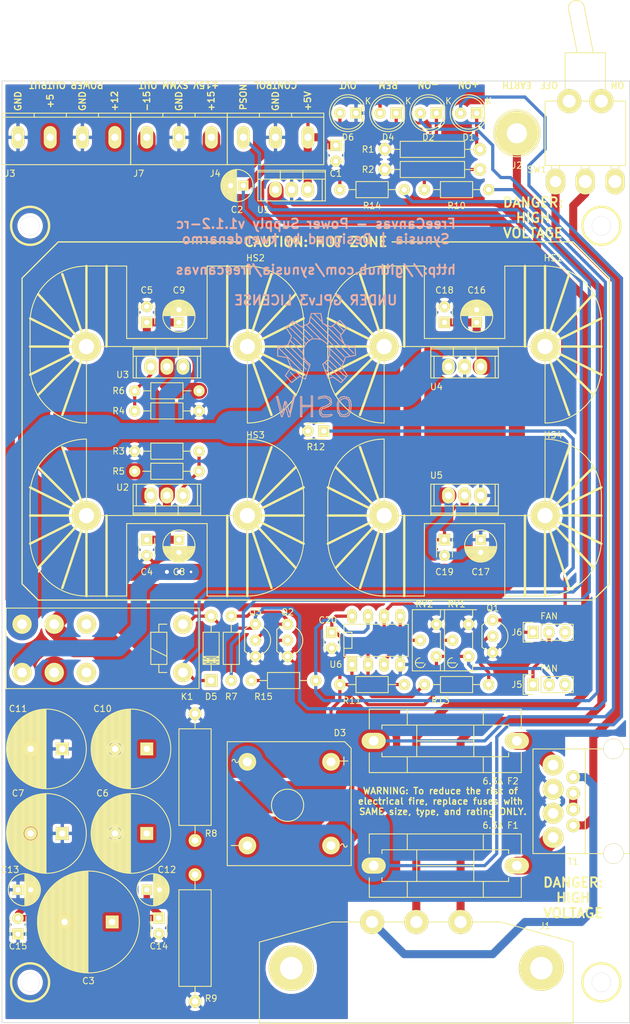
<source format=kicad_pcb>
(kicad_pcb (version 4) (host pcbnew 0.201508110901+6083~28~ubuntu14.04.1-product)
  (title_block (title FreeCanvas) (date 2015-07-28) (rev 1.1.0-alpha) (company Synusia) (comment 1 "Under GPLv3 License") (comment 3 "Designed by kwendenarmo") (comment 4 "Power-supply layout"))
  (layers (0 F.Cu signal) (31 B.Cu signal hide) (34 B.Paste user) (35 F.Paste user) (36 B.SilkS user) (37 F.SilkS user) (38 B.Mask user) (39 F.Mask user) (44 Edge.Cuts user))
  (net 0 "")
  (net 1 +5VD)
  (net 2 GND)
  (net 3 VCOM)
  (net 4 "Net-(C11-Pad2)")
  (net 5 +5V)
  (net 6 +12V)
  (net 7 VCC)
  (net 8 VEE)
  (net 9 "Net-(D1-Pad1)")
  (net 10 "Net-(D1-Pad2)")
  (net 11 "Net-(D2-Pad1)")
  (net 12 "Net-(D2-Pad2)")
  (net 13 "Net-(D4-Pad1)")
  (net 14 "Net-(D5-Pad2)")
  (net 15 "Net-(D6-Pad2)")
  (net 16 "Net-(J5-Pad1)")
  (net 17 "Net-(J5-Pad3)")
  (net 18 "Net-(J6-Pad1)")
  (net 19 "Net-(J6-Pad3)")
  (net 20 "Net-(K1-Pad14)")
  (net 21 "Net-(Q1-Pad2)")
  (net 22 "Net-(Q2-Pad2)")
  (net 23 "Net-(Q2-Pad1)")
  (net 24 "Net-(R3-Pad2)")
  (net 25 "Net-(R4-Pad2)")
  (net 26 PSON)
  (net 27 "Net-(R11-Pad2)")
  (net 28 "Net-(R13-Pad2)")
  (net 29 "Net-(R14-Pad2)")
  (net 30 "Net-(RV1-Pad2)")
  (net 31 "Net-(RV2-Pad2)")
  (net 32 "Net-(SW1-Pad2)")
  (net 33 "Net-(J1-Pad1)")
  (net 34 Earth)
  (net 35 "Net-(K1-Pad24)")
  (net 36 "Net-(K1-Pad22)")
  (net 37 "Net-(K1-Pad12)")
  (net 38 "Net-(F1-Pad1)")
  (net 39 "Net-(F2-Pad1)")
  (net 40 "Net-(J1-Pad3)")
  (net 41 "Net-(T1-Pad2)")
  (module Mounting_Holes:MountingHole_3mm (layer F.Cu) (at 77.47 174.625)
    (fp_text reference REF** hide)
    (fp_text value MountingHole_3mm hide)
    (pad 1 thru_hole circle (at 0 0) (size 3 3) (drill 3) (layers))
  )
  (module Mounting_Holes:MountingHole_3mm (layer F.Cu) (at 167.64 174.625)
    (fp_text reference REF** hide)
    (fp_text value MountingHole_3mm hide)
    (pad 1 thru_hole circle (at 0 0) (size 3 3) (drill 3) (layers))
  )
  (module Mounting_Holes:MountingHole_3mm (layer F.Cu) (at 167.64 55.245)
    (fp_text reference REF** hide)
    (fp_text value MountingHole_3mm hide)
    (pad 1 thru_hole circle (at 0 0) (size 3 3) (drill 3) (layers))
  )
  (module Mounting_Holes:MountingHole_3mm (layer F.Cu) (at 77.47 55.245)
    (fp_text reference REF** hide)
    (fp_text value MountingHole_3mm hide)
    (pad 1 thru_hole circle (at 0 0) (size 3 3) (drill 3) (layers))
  )
  (module Divers:douille_4mm (layer F.Cu) (at 154.305 40.64)
    (fp_text reference J2 (at 0 5.08) (layer F.SilkS))
    (fp_text value PE hide)
    (pad 1 thru_hole circle (at 0 0) (size 6.985 6.985) (drill 3.175) (layers *.Cu *.Mask F.SilkS) (net 34 Earth))
  )
  (module Capacitors_ThroughHole:C_Disc_D3_P2.5 (layer F.Cu) (at 125.73 42.545 270)
    (fp_text reference C1 (at 4.445 0 360) (layer F.SilkS))
    (fp_text value 10nF hide)
    (pad 1 thru_hole rect (at 0 0 270) (size 1.778 1.778) (drill 0.8128) (layers *.Cu *.Mask F.SilkS) (net 1 +5VD))
    (pad 2 thru_hole circle (at 2.5 0 270) (size 1.778 1.778) (drill 0.8128) (layers *.Cu *.Mask F.SilkS) (net 2 GND))
  )
  (module Capacitors_ThroughHole:C_Radial_D5_L11_P2 (layer F.Cu) (at 111.125 48.895 180)
    (fp_text reference C2 (at 1 -3.8 180) (layer F.SilkS))
    (fp_text value 4.7uF hide)
    (pad 1 thru_hole rect (at 0 0 180) (size 1.651 1.651) (drill 0.8128) (layers *.Cu *.Mask F.SilkS) (net 1 +5VD))
    (pad 2 thru_hole circle (at 2 0 180) (size 1.651 1.651) (drill 0.8128) (layers *.Cu *.Mask F.SilkS) (net 2 GND))
  )
  (module Capacitors_ThroughHole:C_Radial_D16_L25_P7.5 (layer F.Cu) (at 90.424 165.1 180)
    (fp_text reference C3 (at 3.75 -9.3 180) (layer F.SilkS))
    (fp_text value 1000uF hide)
    (pad 1 thru_hole rect (at 0 0 180) (size 2.032 2.032) (drill 1.016) (layers *.Cu *.Mask F.SilkS) (net 3 VCOM))
    (pad 2 thru_hole circle (at 7.5 0 180) (size 2.032 2.032) (drill 1.016) (layers *.Cu *.Mask F.SilkS) (net 4 "Net-(C11-Pad2)"))
  )
  (module Capacitors_ThroughHole:C_Disc_D3_P2.5 (layer F.Cu) (at 95.885 104.775 270)
    (fp_text reference C4 (at 5.08 0 360) (layer F.SilkS))
    (fp_text value 10nF hide)
    (pad 1 thru_hole rect (at 0 0 270) (size 1.778 1.778) (drill 0.8128) (layers *.Cu *.Mask F.SilkS) (net 5 +5V))
    (pad 2 thru_hole circle (at 2.5 0 270) (size 1.778 1.778) (drill 0.8128) (layers *.Cu *.Mask F.SilkS) (net 2 GND))
  )
  (module Capacitors_ThroughHole:C_Disc_D3_P2.5 (layer F.Cu) (at 95.885 70.485 90)
    (fp_text reference C5 (at 5.08 0 180) (layer F.SilkS))
    (fp_text value 10nF hide)
    (pad 1 thru_hole rect (at 0 0 90) (size 1.778 1.778) (drill 0.8128) (layers *.Cu *.Mask F.SilkS) (net 6 +12V))
    (pad 2 thru_hole circle (at 2.5 0 90) (size 1.778 1.778) (drill 0.8128) (layers *.Cu *.Mask F.SilkS) (net 2 GND))
  )
  (module Capacitors_ThroughHole:C_Radial_D12.5_L25_P5 (layer F.Cu) (at 95.885 151.13 180)
    (fp_text reference C6 (at 6.985 6.35 180) (layer F.SilkS))
    (fp_text value 1000uF hide)
    (pad 2 thru_hole circle (at 5 0 180) (size 2.032 2.032) (drill 1.016) (layers *.Cu *.Mask F.SilkS) (net 2 GND))
    (pad 1 thru_hole rect (at 0 0 180) (size 2.032 2.032) (drill 1.016) (layers *.Cu *.Mask F.SilkS) (net 3 VCOM))
  )
  (module Capacitors_ThroughHole:C_Radial_D12.5_L25_P5 (layer F.Cu) (at 82.55 151.13 180)
    (fp_text reference C7 (at 6.985 6.35 180) (layer F.SilkS))
    (fp_text value 1000uF hide)
    (pad 2 thru_hole circle (at 5 0 180) (size 2.032 2.032) (drill 1.016) (layers *.Cu *.Mask F.SilkS) (net 4 "Net-(C11-Pad2)"))
    (pad 1 thru_hole rect (at 0 0 180) (size 2.032 2.032) (drill 1.016) (layers *.Cu *.Mask F.SilkS) (net 2 GND))
  )
  (module Capacitors_ThroughHole:C_Radial_D5_L11_P2 (layer F.Cu) (at 100.965 104.775 270)
    (fp_text reference C8 (at 5.08 0 360) (layer F.SilkS))
    (fp_text value 22uF hide)
    (pad 1 thru_hole rect (at 0 0 270) (size 1.651 1.651) (drill 0.8128) (layers *.Cu *.Mask F.SilkS) (net 5 +5V))
    (pad 2 thru_hole circle (at 2 0 270) (size 1.651 1.651) (drill 0.8128) (layers *.Cu *.Mask F.SilkS) (net 2 GND))
  )
  (module Capacitors_ThroughHole:C_Radial_D5_L11_P2 (layer F.Cu) (at 100.965 70.485 90)
    (fp_text reference C9 (at 5.08 0 180) (layer F.SilkS))
    (fp_text value 22uF hide)
    (pad 1 thru_hole rect (at 0 0 90) (size 1.651 1.651) (drill 0.8128) (layers *.Cu *.Mask F.SilkS) (net 6 +12V))
    (pad 2 thru_hole circle (at 2 0 90) (size 1.651 1.651) (drill 0.8128) (layers *.Cu *.Mask F.SilkS) (net 2 GND))
  )
  (module Capacitors_ThroughHole:C_Radial_D12.5_L25_P5 (layer F.Cu) (at 95.885 137.795 180)
    (fp_text reference C10 (at 6.985 6.35 180) (layer F.SilkS))
    (fp_text value 1000uF hide)
    (pad 2 thru_hole circle (at 5 0 180) (size 2.032 2.032) (drill 1.016) (layers *.Cu *.Mask F.SilkS) (net 2 GND))
    (pad 1 thru_hole rect (at 0 0 180) (size 2.032 2.032) (drill 1.016) (layers *.Cu *.Mask F.SilkS) (net 3 VCOM))
  )
  (module Capacitors_ThroughHole:C_Radial_D12.5_L25_P5 (layer F.Cu) (at 82.55 137.795 180)
    (fp_text reference C11 (at 6.985 6.35 180) (layer F.SilkS))
    (fp_text value 1000uF hide)
    (pad 2 thru_hole circle (at 5 0 180) (size 2.286 2.286) (drill 1.016) (layers *.Cu *.Mask F.SilkS) (net 4 "Net-(C11-Pad2)"))
    (pad 1 thru_hole rect (at 0 0 180) (size 2.032 2.032) (drill 1.016) (layers *.Cu *.Mask F.SilkS) (net 2 GND))
  )
  (module Capacitors_ThroughHole:C_Radial_D5_L11_P2 (layer F.Cu) (at 95.885 160.02)
    (fp_text reference C12 (at 3.175 -3.175) (layer F.SilkS))
    (fp_text value 4.7uF hide)
    (pad 1 thru_hole rect (at 0 0) (size 1.651 1.651) (drill 0.8128) (layers *.Cu *.Mask F.SilkS) (net 3 VCOM))
    (pad 2 thru_hole circle (at 2 0) (size 1.651 1.651) (drill 0.8) (layers *.Cu *.Mask F.SilkS) (net 2 GND))
  )
  (module Capacitors_ThroughHole:C_Radial_D5_L11_P2 (layer F.Cu) (at 75.565 160.02)
    (fp_text reference C13 (at -1.27 -3.175) (layer F.SilkS))
    (fp_text value 4.7uF hide)
    (pad 1 thru_hole rect (at 0 0) (size 1.651 1.651) (drill 0.8128) (layers *.Cu *.Mask F.SilkS) (net 2 GND))
    (pad 2 thru_hole circle (at 2 0) (size 1.651 1.651) (drill 0.8128) (layers *.Cu *.Mask F.SilkS) (net 4 "Net-(C11-Pad2)"))
  )
  (module Capacitors_ThroughHole:C_Disc_D3_P2.5 (layer F.Cu) (at 97.79 164.465 270)
    (fp_text reference C14 (at 4.445 0 360) (layer F.SilkS))
    (fp_text value 100nF hide)
    (pad 1 thru_hole rect (at 0 0 270) (size 1.778 1.778) (drill 0.8128) (layers *.Cu *.Mask F.SilkS) (net 3 VCOM))
    (pad 2 thru_hole circle (at 2.5 0 270) (size 1.778 1.778) (drill 0.8128) (layers *.Cu *.Mask F.SilkS) (net 2 GND))
  )
  (module Capacitors_ThroughHole:C_Disc_D3_P2.5 (layer F.Cu) (at 75.565 167.005 90)
    (fp_text reference C15 (at -1.905 0 180) (layer F.SilkS))
    (fp_text value 100nF hide)
    (pad 1 thru_hole rect (at 0 0 90) (size 1.778 1.778) (drill 0.8128) (layers *.Cu *.Mask F.SilkS) (net 2 GND))
    (pad 2 thru_hole circle (at 2.5 0 90) (size 1.778 1.778) (drill 0.8128) (layers *.Cu *.Mask F.SilkS) (net 4 "Net-(C11-Pad2)"))
  )
  (module Capacitors_ThroughHole:C_Radial_D5_L11_P2 (layer F.Cu) (at 147.955 70.485 90)
    (fp_text reference C16 (at 5.08 0 180) (layer F.SilkS))
    (fp_text value 4.7uF hide)
    (pad 1 thru_hole rect (at 0 0 90) (size 1.651 1.651) (drill 0.8128) (layers *.Cu *.Mask F.SilkS) (net 7 VCC))
    (pad 2 thru_hole circle (at 2 0 90) (size 1.651 1.651) (drill 0.8128) (layers *.Cu *.Mask F.SilkS) (net 2 GND))
  )
  (module Capacitors_ThroughHole:C_Radial_D5_L11_P2 (layer F.Cu) (at 148.59 104.775 270)
    (fp_text reference C17 (at 5.08 0 360) (layer F.SilkS))
    (fp_text value 4.7uF hide)
    (pad 1 thru_hole rect (at 0 0 270) (size 1.651 1.651) (drill 0.8128) (layers *.Cu *.Mask F.SilkS) (net 2 GND))
    (pad 2 thru_hole circle (at 2 0 270) (size 1.651 1.651) (drill 0.8128) (layers *.Cu *.Mask F.SilkS) (net 8 VEE))
  )
  (module Capacitors_ThroughHole:C_Disc_D3_P2.5 (layer F.Cu) (at 142.875 70.485 90)
    (fp_text reference C18 (at 5.08 0 180) (layer F.SilkS))
    (fp_text value 10nF hide)
    (pad 1 thru_hole rect (at 0 0 90) (size 1.778 1.778) (drill 0.8128) (layers *.Cu *.Mask F.SilkS) (net 7 VCC))
    (pad 2 thru_hole circle (at 2.5 0 90) (size 1.778 1.778) (drill 0.8128) (layers *.Cu *.Mask F.SilkS) (net 2 GND))
  )
  (module Capacitors_ThroughHole:C_Disc_D3_P2.5 (layer F.Cu) (at 142.875 104.775 270)
    (fp_text reference C19 (at 5.08 0 360) (layer F.SilkS))
    (fp_text value 10nF hide)
    (pad 1 thru_hole rect (at 0 0 270) (size 1.778 1.778) (drill 0.8128) (layers *.Cu *.Mask F.SilkS) (net 2 GND))
    (pad 2 thru_hole circle (at 2.5 0 270) (size 1.778 1.778) (drill 0.8128) (layers *.Cu *.Mask F.SilkS) (net 8 VEE))
  )
  (module Capacitors_ThroughHole:C_Disc_D3_P2.5 (layer F.Cu) (at 125.095 119.38 270)
    (fp_text reference C20 (at -1.905 0.635 360) (layer F.SilkS))
    (fp_text value 100nF hide)
    (pad 1 thru_hole rect (at 0 0 270) (size 1.778 1.778) (drill 0.8128) (layers *.Cu *.Mask F.SilkS) (net 3 VCOM))
    (pad 2 thru_hole circle (at 2.5 0 270) (size 1.778 1.778) (drill 0.8128) (layers *.Cu *.Mask F.SilkS) (net 2 GND))
  )
  (module LEDs:LED-5MM (layer F.Cu) (at 147.955 37.465 180)
    (fp_text reference D1 (at 1.27 -3.81 180) (layer F.SilkS))
    (fp_text value RED hide)
    (fp_text user K (at -1.90634 1.905 180) (layer F.SilkS))
    (pad 1 thru_hole rect (at -0.00134 0 270) (size 1.778 1.778) (drill 0.8128) (layers *.Cu *.Mask F.SilkS) (net 9 "Net-(D1-Pad1)"))
    (pad 2 thru_hole circle (at 2.53866 0 180) (size 1.778 1.778) (drill 0.8128) (layers *.Cu *.Mask F.SilkS) (net 10 "Net-(D1-Pad2)"))
  )
  (module LEDs:LED-5MM (layer F.Cu) (at 141.605 37.465 180)
    (fp_text reference D2 (at 1.27 -3.81 180) (layer F.SilkS))
    (fp_text value RED hide)
    (fp_text user K (at -1.90634 1.905 180) (layer F.SilkS))
    (pad 1 thru_hole rect (at -0.00134 0 270) (size 1.778 1.778) (drill 0.8128) (layers *.Cu *.Mask F.SilkS) (net 11 "Net-(D2-Pad1)"))
    (pad 2 thru_hole circle (at 2.53866 0 180) (size 1.778 1.778) (drill 0.8128) (layers *.Cu *.Mask F.SilkS) (net 12 "Net-(D2-Pad2)"))
  )
  (module LEDs:LED-5MM (layer F.Cu) (at 135.255 37.465 180)
    (fp_text reference D4 (at 1.27 -3.81 180) (layer F.SilkS))
    (fp_text value GREEN hide)
    (fp_text user K (at -1.90634 1.905 180) (layer F.SilkS))
    (pad 1 thru_hole rect (at -0.00134 0 270) (size 1.778 1.778) (drill 0.8128) (layers *.Cu *.Mask F.SilkS) (net 13 "Net-(D4-Pad1)"))
    (pad 2 thru_hole circle (at 2.53866 0 180) (size 1.778 1.778) (drill 0.8128) (layers *.Cu *.Mask F.SilkS) (net 1 +5VD))
  )
  (module Diodes_ThroughHole:Diode_DO-41_SOD81_Horizontal_RM10 (layer F.Cu) (at 106.045 127 90)
    (fp_text reference D5 (at -2.54 0 180) (layer F.SilkS))
    (fp_text value 1N4007 hide)
    (pad 2 thru_hole circle (at 10.16 -0.00254 270) (size 2.032 2.032) (drill 1.016) (layers *.Cu *.Mask F.SilkS) (net 14 "Net-(D5-Pad2)"))
    (pad 1 thru_hole rect (at 0 -0.00254 270) (size 2.032 2.032) (drill 1.016) (layers *.Cu *.Mask F.SilkS) (net 1 +5VD))
  )
  (module LEDs:LED-5MM (layer F.Cu) (at 128.905 37.465 180)
    (fp_text reference D6 (at 1.27 -3.81 180) (layer F.SilkS))
    (fp_text value RED hide)
    (fp_text user K (at -1.90634 1.905 180) (layer F.SilkS))
    (pad 1 thru_hole rect (at -0.00134 0 270) (size 1.778 1.778) (drill 0.8128) (layers *.Cu *.Mask F.SilkS) (net 2 GND))
    (pad 2 thru_hole circle (at 2.53866 0 180) (size 1.778 1.778) (drill 0.8128) (layers *.Cu *.Mask F.SilkS) (net 15 "Net-(D6-Pad2)"))
  )
  (module Socket_Strips:Socket_Strip_Straight_1x03 (layer F.Cu) (at 156.845 127.635)
    (fp_text reference J5 (at -2.54 0) (layer F.SilkS))
    (fp_text value FAN (at 2.54 -2.54) (layer F.SilkS))
    (pad 1 thru_hole rect (at 0 0) (size 1.7272 2.032) (drill 1.016) (layers *.Cu *.Mask F.SilkS) (net 16 "Net-(J5-Pad1)"))
    (pad 2 thru_hole oval (at 2.54 0) (size 1.7272 2.032) (drill 1.016) (layers *.Cu *.Mask F.SilkS) (net 3 VCOM))
    (pad 3 thru_hole oval (at 5.08 0) (size 1.7272 2.032) (drill 1.016) (layers *.Cu *.Mask F.SilkS) (net 17 "Net-(J5-Pad3)"))
  )
  (module Socket_Strips:Socket_Strip_Straight_1x03 (layer F.Cu) (at 156.845 119.38)
    (fp_text reference J6 (at -2.54 0) (layer F.SilkS))
    (fp_text value FAN (at 2.54 -2.54) (layer F.SilkS))
    (pad 1 thru_hole rect (at 0 0) (size 1.7272 2.032) (drill 1.016) (layers *.Cu *.Mask F.SilkS) (net 18 "Net-(J6-Pad1)"))
    (pad 2 thru_hole oval (at 2.54 0) (size 1.7272 2.032) (drill 1.016) (layers *.Cu *.Mask F.SilkS) (net 16 "Net-(J5-Pad1)"))
    (pad 3 thru_hole oval (at 5.08 0) (size 1.7272 2.032) (drill 1.016) (layers *.Cu *.Mask F.SilkS) (net 19 "Net-(J6-Pad3)"))
  )
  (module Housings_TO-92:TO-92_Inline_Wide (layer F.Cu) (at 150.495 117.475 270)
    (fp_text reference Q1 (at -1.905 0 540) (layer F.SilkS))
    (fp_text value BC547 hide)
    (pad 2 thru_hole circle (at 2.54 0) (size 1.778 1.778) (drill 0.8128) (layers *.Cu *.Mask F.SilkS) (net 21 "Net-(Q1-Pad2)"))
    (pad 3 thru_hole circle (at 5.08 0) (size 1.778 1.778) (drill 0.8128) (layers *.Cu *.Mask F.SilkS) (net 2 GND))
    (pad 1 thru_hole circle (at 0 0) (size 1.778 1.778) (drill 0.8128) (layers *.Cu *.Mask F.SilkS) (net 18 "Net-(J6-Pad1)"))
  )
  (module Housings_TO-92:TO-92_Inline_Wide (layer F.Cu) (at 118.11 118.11 270)
    (fp_text reference Q2 (at -1.905 0 540) (layer F.SilkS))
    (fp_text value BC547 hide)
    (pad 2 thru_hole circle (at 2.54 0) (size 1.778 1.778) (drill 0.8128) (layers *.Cu *.Mask F.SilkS) (net 22 "Net-(Q2-Pad2)"))
    (pad 3 thru_hole circle (at 5.08 0) (size 1.778 1.778) (drill 0.8128) (layers *.Cu *.Mask F.SilkS) (net 2 GND))
    (pad 1 thru_hole circle (at 0 0) (size 1.778 1.778) (drill 0.8128) (layers *.Cu *.Mask F.SilkS) (net 23 "Net-(Q2-Pad1)"))
  )
  (module Housings_TO-92:TO-92_Inline_Wide (layer F.Cu) (at 113.03 118.11 270)
    (fp_text reference Q3 (at -1.905 0 540) (layer F.SilkS))
    (fp_text value BC517 hide)
    (pad 2 thru_hole circle (at 2.54 0) (size 1.778 1.778) (drill 0.8128) (layers *.Cu *.Mask F.SilkS) (net 23 "Net-(Q2-Pad1)"))
    (pad 3 thru_hole circle (at 5.08 0) (size 1.778 1.778) (drill 0.8128) (layers *.Cu *.Mask F.SilkS) (net 2 GND))
    (pad 1 thru_hole circle (at 0 0) (size 1.778 1.778) (drill 0.8128) (layers *.Cu *.Mask F.SilkS) (net 14 "Net-(D5-Pad2)"))
  )
  (module Resistors_ThroughHole:Resistor_Horizontal_RM15mm (layer F.Cu) (at 140.97 43.18 180)
    (fp_text reference R1 (at 10.16 0 180) (layer F.SilkS))
    (fp_text value 1k8 hide)
    (pad 1 thru_hole circle (at -7.5 0 180) (size 2.032 2.032) (drill 1.016) (layers *.Cu *.Mask F.SilkS) (net 9 "Net-(D1-Pad1)"))
    (pad 2 thru_hole circle (at 7.5 0 180) (size 2.032 2.032) (drill 1.016) (layers *.Cu *.Mask F.SilkS) (net 2 GND))
  )
  (module Resistors_ThroughHole:Resistor_Horizontal_RM15mm (layer F.Cu) (at 140.97 46.355 180)
    (fp_text reference R2 (at 10.16 0 180) (layer F.SilkS))
    (fp_text value 1k8 hide)
    (pad 1 thru_hole circle (at -7.5 0 180) (size 2.032 2.032) (drill 1.016) (layers *.Cu *.Mask F.SilkS) (net 11 "Net-(D2-Pad1)"))
    (pad 2 thru_hole circle (at 7.5 0 180) (size 2.032 2.032) (drill 1.016) (layers *.Cu *.Mask F.SilkS) (net 2 GND))
  )
  (module Resistors_ThroughHole:Resistor_Horizontal_RM10mm (layer F.Cu) (at 99.06 93.98)
    (fp_text reference R3 (at -7.62 -3.175) (layer F.SilkS))
    (fp_text value 330R hide)
    (pad 1 thru_hole circle (at -5.08 0) (size 1.778 1.778) (drill 0.8128) (layers *.Cu *.Mask F.SilkS) (net 5 +5V))
    (pad 2 thru_hole circle (at 5.08 0) (size 1.778 1.778) (drill 0.8128) (layers *.Cu *.Mask F.SilkS) (net 24 "Net-(R3-Pad2)"))
  )
  (module Resistors_ThroughHole:Resistor_Horizontal_RM10mm (layer F.Cu) (at 99.06 81.28 180)
    (fp_text reference R4 (at 7.62 -3.175 180) (layer F.SilkS))
    (fp_text value 390R hide)
    (pad 1 thru_hole circle (at -5.08 0 180) (size 1.778 1.778) (drill 0.8128) (layers *.Cu *.Mask F.SilkS) (net 6 +12V))
    (pad 2 thru_hole circle (at 5.08 0 180) (size 1.778 1.778) (drill 0.8128) (layers *.Cu *.Mask F.SilkS) (net 25 "Net-(R4-Pad2)"))
  )
  (module Resistors_ThroughHole:Resistor_Horizontal_RM10mm (layer F.Cu) (at 99.06 90.805 180)
    (fp_text reference R5 (at 7.62 -3.175 180) (layer F.SilkS))
    (fp_text value 1k hide)
    (pad 1 thru_hole circle (at -5.08 0 180) (size 1.778 1.778) (drill 0.8128) (layers *.Cu *.Mask F.SilkS) (net 24 "Net-(R3-Pad2)"))
    (pad 2 thru_hole circle (at 5.08 0 180) (size 1.778 1.778) (drill 0.8128) (layers *.Cu *.Mask F.SilkS) (net 2 GND))
  )
  (module Resistors_ThroughHole:Resistor_Horizontal_RM10mm (layer F.Cu) (at 99.06 84.455)
    (fp_text reference R6 (at -7.62 -3.175) (layer F.SilkS))
    (fp_text value 3k3 hide)
    (pad 1 thru_hole circle (at -5.08 0) (size 1.778 1.778) (drill 0.8128) (layers *.Cu *.Mask F.SilkS) (net 25 "Net-(R4-Pad2)"))
    (pad 2 thru_hole circle (at 5.08 0) (size 1.778 1.778) (drill 0.8128) (layers *.Cu *.Mask F.SilkS) (net 2 GND))
  )
  (module Resistors_ThroughHole:Resistor_Horizontal_RM10mm (layer F.Cu) (at 109.22 121.92 270)
    (fp_text reference R7 (at 7.62 0 360) (layer F.SilkS))
    (fp_text value 2k2 hide)
    (pad 1 thru_hole circle (at -5.08 0 270) (size 1.778 1.778) (drill 0.8128) (layers *.Cu *.Mask F.SilkS) (net 23 "Net-(Q2-Pad1)"))
    (pad 2 thru_hole circle (at 5.08 0 270) (size 1.778 1.778) (drill 0.8128) (layers *.Cu *.Mask F.SilkS) (net 26 PSON))
  )
  (module Resistors_ThroughHole:Resistor_Horizontal_RM20mm (layer F.Cu) (at 103.505 142.24 90)
    (fp_text reference R8 (at -8.89 2.54 180) (layer F.SilkS))
    (fp_text value 1k hide)
    (pad 1 thru_hole circle (at -10 0 90) (size 2.032 2.032) (drill 1.016) (layers *.Cu *.Mask F.SilkS) (net 3 VCOM))
    (pad 2 thru_hole circle (at 10 0 90) (size 2.032 2.032) (drill 1.016) (layers *.Cu *.Mask F.SilkS) (net 2 GND))
  )
  (module Resistors_ThroughHole:Resistor_Horizontal_RM20mm (layer F.Cu) (at 103.505 167.64 90)
    (fp_text reference R9 (at -9.525 2.54 180) (layer F.SilkS))
    (fp_text value 1k hide)
    (pad 1 thru_hole circle (at -10 0 90) (size 2.032 2.032) (drill 1.016) (layers *.Cu *.Mask F.SilkS) (net 2 GND))
    (pad 2 thru_hole circle (at 10 0 90) (size 2.032 2.032) (drill 1.016) (layers *.Cu *.Mask F.SilkS) (net 4 "Net-(C11-Pad2)"))
  )
  (module Resistors_ThroughHole:Resistor_Horizontal_RM10mm (layer F.Cu) (at 144.78 49.53 180)
    (fp_text reference R10 (at 0 -2.54 180) (layer F.SilkS))
    (fp_text value 220R hide)
    (pad 1 thru_hole circle (at -5.08 0 180) (size 1.778 1.778) (drill 0.8128) (layers *.Cu *.Mask F.SilkS) (net 14 "Net-(D5-Pad2)"))
    (pad 2 thru_hole circle (at 5.08 0 180) (size 1.778 1.778) (drill 0.8128) (layers *.Cu *.Mask F.SilkS) (net 13 "Net-(D4-Pad1)"))
  )
  (module Resistors_ThroughHole:Resistor_Horizontal_RM10mm (layer F.Cu) (at 131.445 127.635)
    (fp_text reference R11 (at -3.175 2.54) (layer F.SilkS))
    (fp_text value 47k hide)
    (pad 1 thru_hole circle (at -5.08 0) (size 1.778 1.778) (drill 0.8128) (layers *.Cu *.Mask F.SilkS) (net 3 VCOM))
    (pad 2 thru_hole circle (at 5.08 0) (size 1.778 1.778) (drill 0.8128) (layers *.Cu *.Mask F.SilkS) (net 27 "Net-(R11-Pad2)"))
  )
  (module Resistors_ThroughHole:Resistor_Horizontal_RM10mm (layer F.Cu) (at 144.78 127.635 180)
    (fp_text reference R13 (at 2.54 -2.54 180) (layer F.SilkS))
    (fp_text value 10k hide)
    (pad 1 thru_hole circle (at -5.08 0 180) (size 1.778 1.778) (drill 0.8128) (layers *.Cu *.Mask F.SilkS) (net 21 "Net-(Q1-Pad2)"))
    (pad 2 thru_hole circle (at 5.08 0 180) (size 1.778 1.778) (drill 0.8128) (layers *.Cu *.Mask F.SilkS) (net 28 "Net-(R13-Pad2)"))
  )
  (module Resistors_ThroughHole:Resistor_Horizontal_RM10mm (layer F.Cu) (at 131.445 49.53)
    (fp_text reference R14 (at 0 2.54) (layer F.SilkS))
    (fp_text value 1k5 hide)
    (pad 1 thru_hole circle (at -5.08 0) (size 1.778 1.778) (drill 0.8128) (layers *.Cu *.Mask F.SilkS) (net 15 "Net-(D6-Pad2)"))
    (pad 2 thru_hole circle (at 5.08 0) (size 1.778 1.778) (drill 0.8128) (layers *.Cu *.Mask F.SilkS) (net 29 "Net-(R14-Pad2)"))
  )
  (module Resistors_ThroughHole:Resistor_Horizontal_RM10mm (layer F.Cu) (at 117.475 127)
    (fp_text reference R15 (at -3.175 2.54) (layer F.SilkS))
    (fp_text value 10k hide)
    (pad 1 thru_hole circle (at -5.08 0) (size 1.778 1.778) (drill 0.8128) (layers *.Cu *.Mask F.SilkS) (net 22 "Net-(Q2-Pad2)"))
    (pad 2 thru_hole circle (at 5.08 0) (size 1.778 1.778) (drill 0.8128) (layers *.Cu *.Mask F.SilkS) (net 29 "Net-(R14-Pad2)"))
  )
  (module Potentiometers:Potentiometer_Bourns_3296Y_3-8Zoll_Angular_ScrewUp (layer F.Cu) (at 146.685 123.19)
    (fp_text reference RV1 (at -1.905 -8.255) (layer F.SilkS))
    (fp_text value 10k hide)
    (pad 2 thru_hole circle (at -2.54 -2.54) (size 1.778 1.778) (drill 0.8128) (layers *.Cu *.Mask F.SilkS) (net 30 "Net-(RV1-Pad2)"))
    (pad 3 thru_hole circle (at 0 -5.08) (size 1.778 1.778) (drill 0.8128) (layers *.Cu *.Mask F.SilkS) (net 2 GND))
    (pad 1 thru_hole circle (at 0 0) (size 1.778 1.778) (drill 0.8128) (layers *.Cu *.Mask F.SilkS) (net 3 VCOM))
  )
  (module Potentiometers:Potentiometer_Bourns_3296Y_3-8Zoll_Angular_ScrewUp (layer F.Cu) (at 141.605 123.19)
    (fp_text reference RV2 (at -1.905 -8.255 180) (layer F.SilkS))
    (fp_text value 10k hide)
    (pad 2 thru_hole circle (at -2.54 -2.54) (size 1.778 1.778) (drill 0.8128) (layers *.Cu *.Mask F.SilkS) (net 31 "Net-(RV2-Pad2)"))
    (pad 3 thru_hole circle (at 0 -5.08) (size 1.778 1.778) (drill 0.8128) (layers *.Cu *.Mask F.SilkS) (net 2 GND))
    (pad 1 thru_hole circle (at 0 0) (size 1.778 1.778) (drill 0.8128) (layers *.Cu *.Mask F.SilkS) (net 3 VCOM))
  )
  (module Power_Integrations:TO-220 (layer F.Cu) (at 118.745 49.53)
    (fp_text reference U1 (at -4.445 3.175) (layer F.SilkS))
    (fp_text value LM78M05CT hide)
    (pad 2 thru_hole oval (at 0 0) (size 2.032 2.54) (drill 1.143) (layers *.Cu *.Mask F.SilkS) (net 2 GND))
    (pad 3 thru_hole oval (at 2.54 0) (size 2.032 2.54) (drill 1.143) (layers *.Cu *.Mask F.SilkS) (net 1 +5VD))
    (pad 1 thru_hole oval (at -2.54 0) (size 2.032 2.54) (drill 1.143) (layers *.Cu *.Mask F.SilkS) (net 3 VCOM))
  )
  (module Power_Integrations:TO-220 (layer F.Cu) (at 99.06 97.79 180)
    (fp_text reference U2 (at 6.985 1.27 180) (layer F.SilkS))
    (fp_text value LM1084IT-ADJ hide)
    (pad 2 thru_hole oval (at 0 0 180) (size 2.032 2.54) (drill 1.143) (layers *.Cu *.Mask F.SilkS) (net 5 +5V))
    (pad 3 thru_hole oval (at 2.54 0 180) (size 2.032 2.54) (drill 1.143) (layers *.Cu *.Mask F.SilkS) (net 35 "Net-(K1-Pad24)"))
    (pad 1 thru_hole oval (at -2.54 0 180) (size 2.032 2.54) (drill 1.143) (layers *.Cu *.Mask F.SilkS) (net 24 "Net-(R3-Pad2)"))
  )
  (module Power_Integrations:TO-220 (layer F.Cu) (at 99.06 77.47)
    (fp_text reference U3 (at -6.985 1.27) (layer F.SilkS))
    (fp_text value LM1084IT-ADJ hide)
    (pad 2 thru_hole oval (at 0 0) (size 2.032 2.54) (drill 1.143) (layers *.Cu *.Mask F.SilkS) (net 6 +12V))
    (pad 3 thru_hole oval (at 2.54 0) (size 2.032 2.54) (drill 1.143) (layers *.Cu *.Mask F.SilkS) (net 35 "Net-(K1-Pad24)"))
    (pad 1 thru_hole oval (at -2.54 0) (size 2.032 2.54) (drill 1.143) (layers *.Cu *.Mask F.SilkS) (net 25 "Net-(R4-Pad2)"))
  )
  (module Power_Integrations:TO-220 (layer F.Cu) (at 146.05 77.47)
    (fp_text reference U4 (at -4.445 3.175) (layer F.SilkS))
    (fp_text value LM7815ACT hide)
    (pad 2 thru_hole oval (at 0 0) (size 2.032 2.54) (drill 1.143) (layers *.Cu *.Mask F.SilkS) (net 2 GND))
    (pad 3 thru_hole oval (at 2.54 0) (size 2.032 2.54) (drill 1.143) (layers *.Cu *.Mask F.SilkS) (net 7 VCC))
    (pad 1 thru_hole oval (at -2.54 0) (size 2.032 2.54) (drill 1.143) (layers *.Cu *.Mask F.SilkS) (net 35 "Net-(K1-Pad24)"))
  )
  (module Power_Integrations:TO-220 (layer F.Cu) (at 146.05 97.79 180)
    (fp_text reference U5 (at 4.445 3.175 360) (layer F.SilkS))
    (fp_text value LM7915CT hide)
    (pad 2 thru_hole oval (at 0 0 180) (size 2.032 2.54) (drill 1.143) (layers *.Cu *.Mask F.SilkS) (net 20 "Net-(K1-Pad14)"))
    (pad 3 thru_hole oval (at 2.54 0 180) (size 2.032 2.54) (drill 1.143) (layers *.Cu *.Mask F.SilkS) (net 8 VEE))
    (pad 1 thru_hole oval (at -2.54 0 180) (size 2.032 2.54) (drill 1.143) (layers *.Cu *.Mask F.SilkS) (net 2 GND))
  )
  (module Housings_DIP:DIP-8__300_ELL (layer F.Cu) (at 132.08 120.65)
    (fp_text reference U6 (at -6.35 3.81 180) (layer F.SilkS))
    (fp_text value LM358 hide)
    (pad 1 thru_hole rect (at -3.81 3.81) (size 1.5748 2.286) (drill 0.8128) (layers *.Cu *.Mask F.SilkS) (net 28 "Net-(R13-Pad2)"))
    (pad 2 thru_hole oval (at -1.27 3.81) (size 1.5748 2.286) (drill 0.8128) (layers *.Cu *.Mask F.SilkS) (net 27 "Net-(R11-Pad2)"))
    (pad 3 thru_hole oval (at 1.27 3.81) (size 1.5748 2.286) (drill 0.8128) (layers *.Cu *.Mask F.SilkS) (net 30 "Net-(RV1-Pad2)"))
    (pad 4 thru_hole oval (at 3.81 3.81) (size 1.5748 2.286) (drill 0.8128) (layers *.Cu *.Mask F.SilkS) (net 2 GND))
    (pad 5 thru_hole oval (at 3.81 -3.81) (size 1.5748 2.286) (drill 0.8128) (layers *.Cu *.Mask F.SilkS) (net 31 "Net-(RV2-Pad2)"))
    (pad 6 thru_hole oval (at 1.27 -3.81) (size 1.5748 2.286) (drill 0.8128) (layers *.Cu *.Mask F.SilkS) (net 27 "Net-(R11-Pad2)"))
    (pad 7 thru_hole oval (at -1.27 -3.81) (size 1.5748 2.286) (drill 0.8128) (layers *.Cu *.Mask F.SilkS) (net 29 "Net-(R14-Pad2)"))
    (pad 8 thru_hole oval (at -3.81 -3.81) (size 1.5748 2.286) (drill 0.8128) (layers *.Cu *.Mask F.SilkS) (net 3 VCOM))
  )
  (module Relays_ThroughHole:Relay_DPDT_Schrack-RT2_RM5mm (layer F.Cu) (at 101.6 118.11 180)
    (fp_text reference K1 (at -0.635 -11.43 180) (layer F.SilkS))
    (fp_text value RTE24005 hide)
    (pad A1 thru_hole circle (at 0 -7.62 180) (size 3.048 3.048) (drill 1.524) (layers *.Cu *.Mask F.SilkS) (net 1 +5VD))
    (pad A2 thru_hole circle (at 0 0 180) (size 3.048 3.048) (drill 1.524) (layers *.Cu *.Mask F.SilkS) (net 14 "Net-(D5-Pad2)"))
    (pad 22 thru_hole circle (at 15.24 0 180) (size 3.048 3.048) (drill 1.524) (layers *.Cu *.Mask F.SilkS) (net 36 "Net-(K1-Pad22)"))
    (pad 21 thru_hole circle (at 20.32 0 180) (size 3.048 3.048) (drill 1.524) (layers *.Cu *.Mask F.SilkS) (net 3 VCOM))
    (pad 24 thru_hole circle (at 25.4 0 180) (size 3.048 3.048) (drill 1.524) (layers *.Cu *.Mask F.SilkS) (net 35 "Net-(K1-Pad24)"))
    (pad 12 thru_hole circle (at 15.24 -7.62 180) (size 3.048 3.048) (drill 1.524) (layers *.Cu *.Mask F.SilkS) (net 37 "Net-(K1-Pad12)"))
    (pad 11 thru_hole circle (at 20.32 -7.62 180) (size 3.048 3.048) (drill 1.524) (layers *.Cu *.Mask F.SilkS) (net 4 "Net-(C11-Pad2)"))
    (pad 14 thru_hole circle (at 25.4 -7.62 180) (size 3.048 3.048) (drill 1.524) (layers *.Cu *.Mask F.SilkS) (net 20 "Net-(K1-Pad14)"))
  )
  (module asrdi-fuse:Fuseholder5x20-littelfuse646 (layer F.Cu) (at 154.305 156.21 180)
    (fp_text reference F1 (at 0.635 6.35 180) (layer F.SilkS))
    (fp_text value 6.3A (at 3.81 6.35 180) (layer F.SilkS))
    (pad 2 thru_hole oval (at 22.606 0 90) (size 2.54 3.81) (drill 1.524) (layers *.Cu *.Mask F.SilkS) (net 10 "Net-(D1-Pad2)"))
    (pad 1 thru_hole oval (at 0 0 90) (size 2.54 3.81) (drill 1.524) (layers *.Cu *.Mask F.SilkS) (net 38 "Net-(F1-Pad1)"))
  )
  (module asrdi-fuse:Fuseholder5x20-littelfuse646 (layer F.Cu) (at 154.305 136.525 180)
    (fp_text reference F2 (at 0.635 -6.35 180) (layer F.SilkS))
    (fp_text value 6.3A (at 3.81 -6.35 180) (layer F.SilkS))
    (pad 2 thru_hole oval (at 22.606 0 90) (size 2.54 3.81) (drill 1.524) (layers *.Cu *.Mask F.SilkS) (net 12 "Net-(D2-Pad2)"))
    (pad 1 thru_hole oval (at 0 0 90) (size 2.54 3.81) (drill 1.524) (layers *.Cu *.Mask F.SilkS) (net 39 "Net-(F2-Pad1)"))
  )
  (module asrdi-switch:Carling-2M1-SP1-T2-B4-M6RE (layer F.Cu) (at 165.1 48.26 90)
    (fp_text reference SW1 (at 1.905 -7.62 360) (layer F.SilkS))
    (fp_text value "SWITCH ON" hide)
    (pad 2 thru_hole oval (at 0 0 90) (size 4.064 3.048) (drill 2.032) (layers *.Cu *.Mask F.SilkS) (net 32 "Net-(SW1-Pad2)"))
    (pad 1 thru_hole oval (at 0 -4.699 90) (size 4.064 3.048) (drill 1.778) (layers *.Cu *.Mask F.SilkS) (net 33 "Net-(J1-Pad1)"))
    (pad 3 thru_hole oval (at 0 4.699 90) (size 4.064 3.048) (drill 2.032) (layers *.Cu *.Mask F.SilkS))
    (pad H1 thru_hole circle (at 12.7 -2.54 90) (size 3.81 3.81) (drill 2.032) (layers *.Cu *.Mask F.SilkS))
    (pad H2 thru_hole circle (at 12.7 2.54 90) (size 3.81 3.81) (drill 2.032) (layers *.Cu *.Mask F.SilkS))
  )
  (module asrdi-conn:39880-0304 (layer F.Cu) (at 90.805 41.275 180)
    (fp_text reference J3 (at 16.51 -5.715 180) (layer F.SilkS))
    (fp_text value "MAIN OUT" hide)
    (pad 2 thru_hole oval (at 5.08 0 180) (size 2.032 3.556) (drill 1.143) (layers *.Cu *.Mask F.SilkS) (net 2 GND))
    (pad 1 thru_hole oval (at -0.04318 0 180) (size 2.032 3.556) (drill 1.143) (layers *.Cu *.Mask F.SilkS) (net 6 +12V))
    (pad 3 thru_hole oval (at 10.16 0 180) (size 2.032 3.556) (drill 1.143) (layers *.Cu *.Mask F.SilkS) (net 5 +5V))
    (pad 4 thru_hole oval (at 15.24 0 180) (size 2.032 3.556) (drill 1.143) (layers *.Cu *.Mask F.SilkS) (net 2 GND))
  )
  (module asrdi-conn:39880-0303 (layer F.Cu) (at 121.285 41.275 180)
    (fp_text reference J4 (at 14.605 -5.715 180) (layer F.SilkS))
    (fp_text value CONTROL hide)
    (pad 2 thru_hole oval (at 5.08 0 180) (size 2.032 3.556) (drill 1.143) (layers *.Cu *.Mask F.SilkS) (net 2 GND))
    (pad 1 thru_hole oval (at -0.04318 0 180) (size 2.032 3.556) (drill 1.143) (layers *.Cu *.Mask F.SilkS) (net 1 +5VD))
    (pad 3 thru_hole oval (at 10.16 0 180) (size 2.032 3.556) (drill 1.143) (layers *.Cu *.Mask F.SilkS) (net 26 PSON))
  )
  (module asrdi-conn:39880-0303 (layer F.Cu) (at 106.045 41.275 180)
    (fp_text reference J7 (at 11.43 -5.715 180) (layer F.SilkS))
    (fp_text value "DUAL OUT" hide)
    (pad 2 thru_hole oval (at 5.08 0 180) (size 2.032 3.556) (drill 1.143) (layers *.Cu *.Mask F.SilkS) (net 2 GND))
    (pad 1 thru_hole oval (at -0.04318 0 180) (size 2.032 3.556) (drill 1.143) (layers *.Cu *.Mask F.SilkS) (net 7 VCC))
    (pad 3 thru_hole oval (at 10.16 0 180) (size 2.032 3.556) (drill 1.143) (layers *.Cu *.Mask F.SilkS) (net 8 VEE))
  )
  (module Capacitors_ThroughHole:C_Disc_D3_P2.5 (layer F.Cu) (at 123.825 87.63 180)
    (fp_text reference R12 (at 1.25 -2.5 180) (layer F.SilkS))
    (fp_text value "47k NTC" hide)
    (pad 1 thru_hole rect (at 0 0 180) (size 1.778 1.778) (drill 0.8128) (layers *.Cu *.Mask F.SilkS) (net 27 "Net-(R11-Pad2)"))
    (pad 2 thru_hole circle (at 2.5 0 180) (size 1.778 1.778) (drill 0.8128) (layers *.Cu *.Mask F.SilkS) (net 2 GND))
  )
  (module asrdi-diode:BR-10 (layer F.Cu) (at 111.76 153.035)
    (fp_text reference D3 (at 14.605 -17.78) (layer F.SilkS))
    (fp_text value BR101 hide)
    (pad 1 thru_hole circle (at 0 0) (size 2.794 2.794) (drill 1.397) (layers *.Cu *.Mask F.SilkS) (net 4 "Net-(C11-Pad2)"))
    (pad 2 thru_hole circle (at 13.208 0) (size 2.794 2.794) (drill 1.397) (layers *.Cu *.Mask F.SilkS) (net 12 "Net-(D2-Pad2)"))
    (pad 3 thru_hole circle (at 13.208 -13.208) (size 2.794 2.794) (drill 1.397) (layers *.Cu *.Mask F.SilkS) (net 3 VCOM))
    (pad 4 thru_hole circle (at 0 -13.208) (size 2.794 2.794) (drill 1.397) (layers *.Cu *.Mask F.SilkS) (net 10 "Net-(D1-Pad2)"))
  )
  (module asrdi-conn:703W-0053 (layer F.Cu) (at 138.43 165.1 180)
    (fp_text reference J1 (at -20.32 -0.635 180) (layer F.SilkS))
    (fp_text value "IEC C13" hide)
    (pad 1 thru_hole circle (at -6.985 0 180) (size 3.81 3.81) (drill 1.905) (layers *.Cu *.Mask F.SilkS) (net 33 "Net-(J1-Pad1)"))
    (pad 2 thru_hole circle (at 0 0 180) (size 3.81 3.81) (drill 1.905) (layers *.Cu *.Mask F.SilkS) (net 34 Earth))
    (pad 3 thru_hole circle (at 6.985 0 180) (size 3.81 3.81) (drill 1.905) (layers *.Cu *.Mask F.SilkS) (net 40 "Net-(J1-Pad3)"))
    (pad 4 thru_hole circle (at -19.7358 -7.2898 180) (size 7.112 7.112) (drill 3.556) (layers *.Cu *.Mask F.SilkS))
    (pad 5 thru_hole circle (at 19.7358 -7.2898 180) (size 7.112 7.112) (drill 3.556) (layers *.Cu *.Mask F.SilkS))
  )
  (module asrdi-heatsink:RA-T2X-xxE (layer F.Cu) (at 133.35 74.295)
    (fp_text reference HS1 (at 26.67 -13.97) (layer F.SilkS))
    (fp_text value HEATSINK hide)
    (pad 1 thru_hole circle (at 0 0) (size 4.572 4.572) (drill 2.413) (layers *.Cu *.Mask F.SilkS))
    (pad 2 thru_hole circle (at 25.4 0) (size 4.572 4.572) (drill 2.413) (layers *.Cu *.Mask F.SilkS))
  )
  (module asrdi-heatsink:RA-T2X-xxE (layer F.Cu) (at 86.36 74.295)
    (fp_text reference HS2 (at 26.67 -13.97) (layer F.SilkS))
    (fp_text value HEATSINK hide)
    (pad 1 thru_hole circle (at 0 0) (size 4.572 4.572) (drill 2.413) (layers *.Cu *.Mask F.SilkS))
    (pad 2 thru_hole circle (at 25.4 0) (size 4.572 4.572) (drill 2.413) (layers *.Cu *.Mask F.SilkS))
  )
  (module asrdi-heatsink:RA-T2X-xxE (layer F.Cu) (at 111.76 100.965 180)
    (fp_text reference HS3 (at -1.27 12.7 180) (layer F.SilkS))
    (fp_text value HEATSINK hide)
    (pad 1 thru_hole circle (at 0 0 180) (size 4.572 4.572) (drill 2.413) (layers *.Cu *.Mask F.SilkS))
    (pad 2 thru_hole circle (at 25.4 0 180) (size 4.572 4.572) (drill 2.413) (layers *.Cu *.Mask F.SilkS))
  )
  (module asrdi-heatsink:RA-T2X-xxE (layer F.Cu) (at 158.75 100.965 180)
    (fp_text reference HS4 (at -1.27 12.7 180) (layer F.SilkS))
    (fp_text value HEATSINK hide)
    (pad 1 thru_hole circle (at 0 0 180) (size 4.572 4.572) (drill 2.413) (layers *.Cu *.Mask F.SilkS))
    (pad 2 thru_hole circle (at 25.4 0 180) (size 4.572 4.572) (drill 2.413) (layers *.Cu *.Mask F.SilkS))
  )
  (module asrdi-trafo:VPT30-3330 (layer F.Cu) (at 163.195 149.86 90)
    (fp_text reference T1 (at -5.715 0 180) (layer F.SilkS))
    (fp_text value "2x15 100VA" hide)
    (pad 1 thru_hole circle (at 0 0 90) (size 2.159 2.159) (drill 1.143) (layers *.Cu *.Mask F.SilkS) (net 32 "Net-(SW1-Pad2)"))
    (pad 2 thru_hole circle (at 2.54 0 90) (size 2.159 2.159) (drill 1.143) (layers *.Cu *.Mask F.SilkS) (net 41 "Net-(T1-Pad2)"))
    (pad 3 thru_hole circle (at 7.62 0 90) (size 2.159 2.159) (drill 1.143) (layers *.Cu *.Mask F.SilkS) (net 40 "Net-(J1-Pad3)"))
    (pad 2 thru_hole circle (at 5.08 0 90) (size 2.159 2.159) (drill 1.143) (layers *.Cu *.Mask F.SilkS) (net 41 "Net-(T1-Pad2)"))
    (pad 5 thru_hole circle (at 1.905 -3.175 90) (size 3.302 3.302) (drill 1.651) (layers *.Cu *.Mask F.SilkS) (net 2 GND))
    (pad 6 thru_hole circle (at 5.715 -3.175 90) (size 3.302 3.302) (drill 1.651) (layers *.Cu *.Mask F.SilkS) (net 2 GND))
    (pad 7 thru_hole circle (at 9.525 -3.175 90) (size 3.302 3.302) (drill 1.651) (layers *.Cu *.Mask F.SilkS) (net 39 "Net-(F2-Pad1)"))
    (pad 4 thru_hole circle (at -1.905 -3.175 90) (size 3.302 3.302) (drill 1.651) (layers *.Cu *.Mask F.SilkS) (net 38 "Net-(F1-Pad1)"))
    (pad 8 thru_hole circle (at -4.445 6.35 90) (size 3.175 3.175) (drill 3.048) (layers *.Cu *.Mask F.SilkS))
    (pad 8 thru_hole circle (at 12.065 6.35 90) (size 3.175 3.175) (drill 3.048) (layers *.Cu *.Mask F.SilkS))
  )
  (module Symbols:Symbol_OSHW-Logo_SilkScreen_BIG (layer B.Cu) (at 122.555 55.88 180)
    (fp_text reference REF** hide)
    (fp_text value Symbol_OSHW-Logo_SilkScreen_BIG hide)
  )
  (gr_text "FreeCanvas - Power Supply v1.1.2-rc\nSynusia | Designed by kwendenarmo\n\nhttp://github.com/synusia/freecanvas\n\nUNDER GPLv3 LICENSE\n" (at 122.555 60.96) (layer B.SilkS) (effects (font (size 1.5 1.5) (thickness 0.3)) (justify mirror)))
  (gr_text "WARNING: To reduce the risk of\nelectrical fire, replace fuses with\n SAME size, type, and rating ONLY." (at 142.24 146.05) (layer F.SilkS) (effects (font (size 1.016 1.016) (thickness 0.2032))))
  (gr_text "DANGER:\nHIGH\nVOLTAGE" (at 163.195 161.29) (layer F.SilkS) (effects (font (size 1.5 1.5) (thickness 0.3))))
  (gr_text "DANGER:\nHIGH\nVOLTAGE" (at 156.845 53.975) (layer F.SilkS) (effects (font (size 1.5 1.5) (thickness 0.3))))
  (gr_line (start 81.915 57.785) (end 110.49 57.785) (angle 90) (layer F.SilkS) (width 0.2))
  (gr_line (start 76.2 63.5) (end 81.915 57.785) (angle 90) (layer F.SilkS) (width 0.2))
  (gr_line (start 76.2 111.76) (end 76.2 63.5) (angle 90) (layer F.SilkS) (width 0.2))
  (gr_line (start 78.74 114.3) (end 76.2 111.76) (angle 90) (layer F.SilkS) (width 0.2))
  (gr_line (start 166.37 114.3) (end 78.74 114.3) (angle 90) (layer F.SilkS) (width 0.2))
  (gr_line (start 168.91 111.76) (end 166.37 114.3) (angle 90) (layer F.SilkS) (width 0.2))
  (gr_line (start 168.91 63.5) (end 168.91 111.76) (angle 90) (layer F.SilkS) (width 0.2))
  (gr_line (start 163.195 57.785) (end 168.91 63.5) (angle 90) (layer F.SilkS) (width 0.2))
  (gr_line (start 134.62 57.785) (end 163.195 57.785) (angle 90) (layer F.SilkS) (width 0.2))
  (gr_text "CAUTION: HOT ZONE" (at 122.555 57.785) (layer F.SilkS) (effects (font (size 1.5 1.5) (thickness 0.3))))
  (gr_text OFF (at 159.385 33.02 180) (layer F.SilkS) (effects (font (size 1.016 1.016) (thickness 0.2032))))
  (gr_text ON (at 170.18 33.02 180) (layer F.SilkS) (effects (font (size 1.016 1.016) (thickness 0.2032))))
  (gr_text EARTH (at 154.305 33.02 180) (layer F.SilkS) (effects (font (size 1.016 1.016) (thickness 0.2032))))
  (gr_text +12 (at 90.805 35.56 90) (layer F.SilkS) (effects (font (size 1.016 1.016) (thickness 0.2032))))
  (gr_text GND (at 75.565 35.56 90) (layer F.SilkS) (effects (font (size 1.016 1.016) (thickness 0.2032))))
  (gr_text GND (at 85.725 35.56 90) (layer F.SilkS) (effects (font (size 1.016 1.016) (thickness 0.2032))))
  (gr_text +5 (at 80.645 35.56 90) (layer F.SilkS) (effects (font (size 1.016 1.016) (thickness 0.2032))))
  (gr_text "POWER OUTPUT" (at 83.185 33.02 180) (layer F.SilkS) (effects (font (size 1.016 1.016) (thickness 0.2032))))
  (gr_text -15 (at 95.885 35.56 90) (layer F.SilkS) (effects (font (size 1.016 1.016) (thickness 0.2032))))
  (gr_text GND (at 100.965 35.56 90) (layer F.SilkS) (effects (font (size 1.016 1.016) (thickness 0.2032))))
  (gr_text +15 (at 106.045 35.56 90) (layer F.SilkS) (effects (font (size 1.016 1.016) (thickness 0.2032))))
  (gr_text "±15V SYMM OUT" (at 100.965 33.02 180) (layer F.SilkS) (effects (font (size 1.016 1.016) (thickness 0.2032))))
  (gr_text PSON (at 111.125 34.925 90) (layer F.SilkS) (effects (font (size 1.016 1.016) (thickness 0.2032))))
  (gr_text GND (at 116.205 35.56 90) (layer F.SilkS) (effects (font (size 1.016 1.016) (thickness 0.2032))))
  (gr_text +5V (at 121.285 35.56 90) (layer F.SilkS) (effects (font (size 1.016 1.016) (thickness 0.2032))))
  (gr_text CONTROL (at 116.205 33.02 180) (layer F.SilkS) (effects (font (size 1.016 1.016) (thickness 0.2032))))
  (gr_text +ON (at 146.685 33.02 180) (layer F.SilkS) (effects (font (size 1.016 1.016) (thickness 0.2032))))
  (gr_text -ON (at 140.335 33.02 180) (layer F.SilkS) (effects (font (size 1.016 1.016) (thickness 0.2032))))
  (gr_text REM (at 133.985 33.02 180) (layer F.SilkS) (effects (font (size 1.016 1.016) (thickness 0.2032))))
  (gr_text OVT (at 127.635 33.02 180) (layer F.SilkS) (effects (font (size 1.016 1.016) (thickness 0.2032))))
  (gr_line (start 73.025 32.385) (end 73.025 180.975) (angle 90) (layer Edge.Cuts) (width 0.1))
  (gr_line (start 172.085 32.385) (end 172.085 180.975) (angle 90) (layer Edge.Cuts) (width 0.1))
  (gr_line (start 172.085 180.975) (end 73.025 180.975) (angle 90) (layer Edge.Cuts) (width 0.1))
  (gr_line (start 73.025 32.385) (end 172.085 32.385) (angle 90) (layer Edge.Cuts) (width 0.1))
  (segment (start 101.6 124.46) (end 104.14 121.92) (width 0.508) (layer B.Cu) (net 1))
  (segment (start 104.14 121.92) (end 104.14 114.3) (width 0.508) (layer B.Cu) (net 1))
  (segment (start 104.14 114.3) (end 105.41 113.03) (width 0.508) (layer B.Cu) (net 1))
  (segment (start 105.41 113.03) (end 163.195 113.03) (width 0.508) (layer B.Cu) (net 1))
  (segment (start 163.195 113.03) (end 164.465 111.76) (width 0.508) (layer B.Cu) (net 1))
  (segment (start 164.465 111.76) (end 164.465 64.135) (width 0.508) (layer B.Cu) (net 1))
  (segment (start 164.465 64.135) (end 154.94 54.61) (width 0.508) (layer B.Cu) (net 1))
  (segment (start 149.86 54.61) (end 113.03 54.61) (width 0.508) (layer B.Cu) (net 1))
  (segment (start 154.94 54.61) (end 149.86 54.61) (width 0.508) (layer B.Cu) (net 1))
  (segment (start 113.03 54.61) (end 111.125 52.705) (width 0.508) (layer B.Cu) (net 1))
  (segment (start 111.125 52.705) (end 111.125 48.895) (width 0.508) (layer B.Cu) (net 1))
  (segment (start 101.6 125.73) (end 101.6 124.46) (width 0.508) (layer B.Cu) (net 1))
  (segment (start 121.32818 41.275) (end 121.32818 36.78682) (width 0.508) (layer F.Cu) (net 1))
  (segment (start 132.71634 36.19634) (end 132.71634 37.465) (width 0.508) (layer F.Cu) (net 1))
  (segment (start 131.445 34.925) (end 132.71634 36.19634) (width 0.508) (layer F.Cu) (net 1))
  (segment (start 123.19 34.925) (end 131.445 34.925) (width 0.508) (layer F.Cu) (net 1))
  (segment (start 121.32818 36.78682) (end 123.19 34.925) (width 0.508) (layer F.Cu) (net 1))
  (segment (start 111.125 48.895) (end 111.76 48.895) (width 1.27) (layer F.Cu) (net 1))
  (segment (start 111.76 48.895) (end 114.935 45.72) (width 1.27) (layer F.Cu) (net 1))
  (segment (start 114.935 45.72) (end 121.285 45.72) (width 1.27) (layer F.Cu) (net 1))
  (segment (start 125.73 42.545) (end 124.46 42.545) (width 1.27) (layer F.Cu) (net 1))
  (segment (start 123.19 41.275) (end 121.32818 41.275) (width 1.27) (layer F.Cu) (net 1))
  (segment (start 124.46 42.545) (end 123.19 41.275) (width 1.27) (layer F.Cu) (net 1))
  (segment (start 121.285 49.53) (end 121.285 45.72) (width 1.27) (layer F.Cu) (net 1))
  (segment (start 121.285 45.72) (end 121.285 41.31818) (width 1.27) (layer F.Cu) (net 1))
  (segment (start 121.285 41.31818) (end 121.32818 41.275) (width 1.27) (layer F.Cu) (net 1))
  (segment (start 101.6 125.73) (end 102.235 125.73) (width 0.508) (layer F.Cu) (net 1))
  (segment (start 102.235 125.73) (end 103.505 127) (width 0.508) (layer F.Cu) (net 1))
  (segment (start 103.505 127) (end 106.04246 127) (width 0.508) (layer F.Cu) (net 1))
  (segment (start 125.095 119.38) (end 125.73 119.38) (width 0.508) (layer F.Cu) (net 3))
  (segment (start 125.73 119.38) (end 127 120.65) (width 0.508) (layer F.Cu) (net 3))
  (segment (start 126.365 123.825) (end 126.365 127.635) (width 0.508) (layer F.Cu) (net 3))
  (segment (start 127 123.19) (end 126.365 123.825) (width 0.508) (layer F.Cu) (net 3))
  (segment (start 127 120.65) (end 127 123.19) (width 0.508) (layer F.Cu) (net 3))
  (segment (start 116.205 49.53) (end 116.205 52.07) (width 2.54) (layer F.Cu) (net 3))
  (segment (start 153.956589 59.055) (end 153.956589 59.976589) (width 2.54) (layer F.Cu) (net 3))
  (segment (start 150.495 53.975) (end 153.956589 57.15) (width 2.54) (layer F.Cu) (net 3))
  (segment (start 122.555 53.975) (end 150.495 53.975) (width 2.54) (layer F.Cu) (net 3))
  (segment (start 153.956589 57.15) (end 153.956589 59.055) (width 2.54) (layer F.Cu) (net 3))
  (segment (start 86.36 113.03) (end 81.28 118.11) (width 2.54) (layer F.Cu) (net 3))
  (segment (start 151.13 113.03) (end 86.36 113.03) (width 2.54) (layer F.Cu) (net 3))
  (segment (start 154.305 109.855) (end 151.13 113.03) (width 2.54) (layer F.Cu) (net 3))
  (segment (start 154.305 82.55) (end 154.305 109.855) (width 2.54) (layer F.Cu) (net 3))
  (segment (start 156.21 80.645) (end 154.305 82.55) (width 2.54) (layer F.Cu) (net 3))
  (segment (start 160.02 80.645) (end 156.21 80.645) (width 2.54) (layer F.Cu) (net 3))
  (segment (start 162.56 78.105) (end 160.02 80.645) (width 2.54) (layer F.Cu) (net 3))
  (segment (start 162.56 69.85) (end 162.56 78.105) (width 2.54) (layer F.Cu) (net 3))
  (segment (start 157.48 64.77) (end 162.56 69.85) (width 2.54) (layer F.Cu) (net 3))
  (segment (start 157.48 63.5) (end 157.48 64.77) (width 2.54) (layer F.Cu) (net 3))
  (segment (start 153.956589 59.976589) (end 157.48 63.5) (width 2.54) (layer F.Cu) (net 3))
  (segment (start 118.11 53.975) (end 122.555 53.975) (width 2.54) (layer F.Cu) (net 3))
  (segment (start 116.205 52.07) (end 118.11 53.975) (width 2.54) (layer F.Cu) (net 3))
  (segment (start 124.968 139.827) (end 124.968 131.572) (width 0.508) (layer F.Cu) (net 3))
  (segment (start 126.365 130.175) (end 126.365 127.635) (width 0.508) (layer F.Cu) (net 3))
  (segment (start 124.968 131.572) (end 126.365 130.175) (width 0.508) (layer F.Cu) (net 3))
  (segment (start 126.365 127.635) (end 127.635 127.635) (width 0.508) (layer F.Cu) (net 3))
  (segment (start 127.635 127.635) (end 130.81 130.81) (width 0.508) (layer F.Cu) (net 3))
  (segment (start 130.81 130.81) (end 139.7 130.81) (width 0.508) (layer F.Cu) (net 3))
  (segment (start 139.7 130.81) (end 141.605 128.905) (width 0.508) (layer F.Cu) (net 3))
  (segment (start 141.605 128.905) (end 141.605 123.19) (width 0.508) (layer F.Cu) (net 3))
  (segment (start 141.605 123.19) (end 146.685 123.19) (width 0.508) (layer F.Cu) (net 3))
  (segment (start 159.385 127.635) (end 159.385 126.365) (width 0.508) (layer B.Cu) (net 3))
  (segment (start 146.685 124.46) (end 146.685 123.19) (width 0.508) (layer B.Cu) (net 3))
  (segment (start 147.32 125.095) (end 146.685 124.46) (width 0.508) (layer B.Cu) (net 3))
  (segment (start 158.115 125.095) (end 147.32 125.095) (width 0.508) (layer B.Cu) (net 3))
  (segment (start 159.385 126.365) (end 158.115 125.095) (width 0.508) (layer B.Cu) (net 3))
  (segment (start 125.095 119.38) (end 125.095 117.475) (width 0.508) (layer F.Cu) (net 3))
  (segment (start 125.73 116.84) (end 128.27 116.84) (width 0.508) (layer F.Cu) (net 3))
  (segment (start 125.095 117.475) (end 125.73 116.84) (width 0.508) (layer F.Cu) (net 3))
  (segment (start 97.79 164.465) (end 95.25 164.465) (width 1.016) (layer F.Cu) (net 3))
  (segment (start 94.615 165.1) (end 90.424 165.1) (width 1.016) (layer F.Cu) (net 3))
  (segment (start 95.25 164.465) (end 94.615 165.1) (width 1.016) (layer F.Cu) (net 3))
  (segment (start 81.28 118.11) (end 81.28 118.745) (width 2.794) (layer F.Cu) (net 3))
  (segment (start 81.28 118.745) (end 84.455 121.92) (width 2.794) (layer F.Cu) (net 3))
  (segment (start 84.455 121.92) (end 89.535 121.92) (width 2.794) (layer F.Cu) (net 3))
  (segment (start 89.535 121.92) (end 95.885 128.27) (width 5.08) (layer F.Cu) (net 3))
  (segment (start 95.885 128.27) (end 95.885 137.795) (width 5.08) (layer F.Cu) (net 3))
  (segment (start 95.885 160.02) (end 95.885 161.925) (width 1.016) (layer F.Cu) (net 3))
  (segment (start 95.885 161.925) (end 97.79 163.83) (width 1.016) (layer F.Cu) (net 3))
  (segment (start 97.79 163.83) (end 97.79 164.465) (width 1.016) (layer F.Cu) (net 3))
  (segment (start 90.424 165.1) (end 90.424 157.861) (width 5.08) (layer F.Cu) (net 3))
  (segment (start 90.424 157.861) (end 95.885 152.4) (width 5.08) (layer F.Cu) (net 3))
  (segment (start 95.885 152.4) (end 95.885 151.13) (width 5.08) (layer F.Cu) (net 3))
  (segment (start 103.505 152.24) (end 103.505 151.13) (width 5.08) (layer F.Cu) (net 3))
  (segment (start 124.968 143.002) (end 124.968 139.827) (width 5.08) (layer F.Cu) (net 3))
  (segment (start 122.555 145.415) (end 124.968 143.002) (width 5.08) (layer F.Cu) (net 3))
  (segment (start 109.22 145.415) (end 122.555 145.415) (width 5.08) (layer F.Cu) (net 3))
  (segment (start 103.505 151.13) (end 109.22 145.415) (width 5.08) (layer F.Cu) (net 3))
  (segment (start 95.885 151.13) (end 102.395 151.13) (width 5.08) (layer F.Cu) (net 3))
  (segment (start 102.395 151.13) (end 103.505 152.24) (width 5.08) (layer F.Cu) (net 3))
  (segment (start 95.885 151.13) (end 95.885 137.795) (width 5.08) (layer F.Cu) (net 3))
  (segment (start 75.565 164.505) (end 78.065 164.505) (width 1.016) (layer F.Cu) (net 4))
  (segment (start 78.66 165.1) (end 82.924 165.1) (width 1.016) (layer F.Cu) (net 4))
  (segment (start 78.065 164.505) (end 78.66 165.1) (width 1.016) (layer F.Cu) (net 4))
  (segment (start 75.565 164.505) (end 75.565 163.83) (width 1.016) (layer F.Cu) (net 4))
  (segment (start 77.565 161.83) (end 77.565 160.02) (width 1.016) (layer F.Cu) (net 4))
  (segment (start 75.565 163.83) (end 77.565 161.83) (width 1.016) (layer F.Cu) (net 4))
  (segment (start 82.924 165.1) (end 82.924 166.744) (width 5.08) (layer F.Cu) (net 4))
  (segment (start 82.924 166.744) (end 88.265 172.085) (width 5.08) (layer F.Cu) (net 4))
  (segment (start 88.265 172.085) (end 100.33 172.085) (width 5.08) (layer F.Cu) (net 4))
  (segment (start 100.33 172.085) (end 103.505 168.91) (width 5.08) (layer F.Cu) (net 4))
  (segment (start 103.505 168.91) (end 103.505 157.64) (width 5.08) (layer F.Cu) (net 4))
  (segment (start 82.924 165.1) (end 82.924 157.854) (width 5.08) (layer F.Cu) (net 4))
  (segment (start 82.924 157.854) (end 77.55 152.48) (width 5.08) (layer F.Cu) (net 4))
  (segment (start 77.55 152.48) (end 77.55 151.13) (width 5.08) (layer F.Cu) (net 4))
  (segment (start 81.28 125.73) (end 81.28 129.54) (width 5.08) (layer F.Cu) (net 4))
  (segment (start 77.55 133.27) (end 77.55 137.795) (width 5.08) (layer F.Cu) (net 4))
  (segment (start 81.28 129.54) (end 77.55 133.27) (width 5.08) (layer F.Cu) (net 4))
  (segment (start 103.505 157.64) (end 107.155 157.64) (width 5.08) (layer F.Cu) (net 4))
  (segment (start 107.155 157.64) (end 111.76 153.035) (width 5.08) (layer F.Cu) (net 4))
  (segment (start 77.55 151.13) (end 77.55 137.795) (width 5.08) (layer F.Cu) (net 4))
  (segment (start 80.645 41.275) (end 80.645 47.625) (width 5.08) (layer F.Cu) (net 5))
  (segment (start 82.55 93.98) (end 93.98 93.98) (width 2.54) (layer F.Cu) (net 5))
  (segment (start 78.105 89.535) (end 82.55 93.98) (width 5.08) (layer F.Cu) (net 5))
  (segment (start 78.105 64.135) (end 78.105 89.535) (width 5.08) (layer F.Cu) (net 5))
  (segment (start 83.82 58.42) (end 78.105 64.135) (width 5.08) (layer F.Cu) (net 5))
  (segment (start 83.82 50.8) (end 83.82 58.42) (width 5.08) (layer F.Cu) (net 5))
  (segment (start 80.645 47.625) (end 83.82 50.8) (width 5.08) (layer F.Cu) (net 5))
  (segment (start 99.06 97.79) (end 99.06 104.775) (width 1.27) (layer F.Cu) (net 5))
  (segment (start 100.965 104.775) (end 99.06 104.775) (width 1.27) (layer F.Cu) (net 5))
  (segment (start 99.06 104.775) (end 95.885 104.775) (width 1.27) (layer F.Cu) (net 5))
  (segment (start 99.06 97.79) (end 99.06 95.25) (width 2.54) (layer F.Cu) (net 5))
  (segment (start 97.79 93.98) (end 93.98 93.98) (width 2.54) (layer F.Cu) (net 5))
  (segment (start 99.06 95.25) (end 97.79 93.98) (width 2.54) (layer F.Cu) (net 5))
  (segment (start 95.885 70.485) (end 95.885 73.66) (width 1.27) (layer F.Cu) (net 6))
  (segment (start 95.885 70.485) (end 100.965 70.485) (width 1.27) (layer F.Cu) (net 6))
  (segment (start 90.84818 41.275) (end 90.84818 71.16318) (width 5.08) (layer F.Cu) (net 6))
  (segment (start 90.84818 71.16318) (end 93.345 73.66) (width 2.794) (layer F.Cu) (net 6))
  (segment (start 93.345 73.66) (end 95.885 73.66) (width 2.794) (layer F.Cu) (net 6))
  (segment (start 99.06 74.295) (end 99.06 77.47) (width 2.54) (layer F.Cu) (net 6))
  (segment (start 95.885 73.66) (end 98.425 73.66) (width 2.794) (layer F.Cu) (net 6))
  (segment (start 98.425 73.66) (end 99.06 74.295) (width 2.54) (layer F.Cu) (net 6))
  (segment (start 99.06 77.47) (end 99.06 80.01) (width 2.54) (layer F.Cu) (net 6))
  (segment (start 100.33 81.28) (end 104.14 81.28) (width 2.54) (layer F.Cu) (net 6))
  (segment (start 99.06 80.01) (end 100.33 81.28) (width 2.54) (layer F.Cu) (net 6))
  (segment (start 148.59 77.47) (end 149.225 77.47) (width 2.54) (layer F.Cu) (net 7))
  (segment (start 149.225 77.47) (end 152.4 74.295) (width 2.54) (layer F.Cu) (net 7))
  (segment (start 106.08818 51.47818) (end 112.395 57.785) (width 2.794) (layer F.Cu) (net 7))
  (segment (start 112.395 57.785) (end 147.32 57.785) (width 2.794) (layer F.Cu) (net 7))
  (segment (start 147.32 57.785) (end 152.4 62.865) (width 2.794) (layer F.Cu) (net 7))
  (segment (start 152.4 62.865) (end 152.4 74.295) (width 2.794) (layer F.Cu) (net 7))
  (segment (start 106.08818 41.275) (end 106.08818 51.47818) (width 2.794) (layer F.Cu) (net 7))
  (segment (start 142.875 70.485) (end 147.955 70.485) (width 1.27) (layer F.Cu) (net 7))
  (segment (start 147.955 70.485) (end 147.955 72.39) (width 1.27) (layer F.Cu) (net 7))
  (segment (start 147.955 72.39) (end 148.59 73.025) (width 1.27) (layer F.Cu) (net 7))
  (segment (start 148.59 73.025) (end 148.59 77.47) (width 1.27) (layer F.Cu) (net 7))
  (segment (start 142.875 107.275) (end 141.565 107.275) (width 1.27) (layer B.Cu) (net 8))
  (segment (start 143.51 100.965) (end 143.51 97.79) (width 1.27) (layer B.Cu) (net 8))
  (segment (start 140.97 103.505) (end 143.51 100.965) (width 1.27) (layer B.Cu) (net 8))
  (segment (start 140.97 106.68) (end 140.97 103.505) (width 1.27) (layer B.Cu) (net 8))
  (segment (start 141.565 107.275) (end 140.97 106.68) (width 1.27) (layer B.Cu) (net 8))
  (segment (start 142.875 107.275) (end 145.455 107.275) (width 1.27) (layer B.Cu) (net 8))
  (segment (start 145.955 106.775) (end 148.59 106.775) (width 1.27) (layer B.Cu) (net 8))
  (segment (start 145.455 107.275) (end 145.955 106.775) (width 1.27) (layer B.Cu) (net 8))
  (segment (start 95.885 41.275) (end 95.885 47.625) (width 2.794) (layer F.Cu) (net 8))
  (segment (start 95.885 47.625) (end 110.49 62.23) (width 2.794) (layer F.Cu) (net 8))
  (segment (start 110.49 62.23) (end 132.08 62.23) (width 2.794) (layer F.Cu) (net 8))
  (segment (start 132.08 62.23) (end 137.795 67.945) (width 2.794) (layer F.Cu) (net 8))
  (segment (start 137.795 67.945) (end 137.795 95.885) (width 2.794) (layer F.Cu) (net 8))
  (segment (start 137.795 95.885) (end 139.7 97.79) (width 2.794) (layer F.Cu) (net 8))
  (segment (start 139.7 97.79) (end 143.51 97.79) (width 2.54) (layer F.Cu) (net 8))
  (segment (start 147.95634 37.465) (end 147.95634 42.66634) (width 0.508) (layer F.Cu) (net 9))
  (segment (start 147.95634 42.66634) (end 148.47 43.18) (width 0.508) (layer F.Cu) (net 9))
  (segment (start 156.21 45.72) (end 156.21 48.895) (width 0.508) (layer B.Cu) (net 10))
  (segment (start 145.41634 36.19366) (end 146.685 34.925) (width 0.508) (layer B.Cu) (net 10))
  (segment (start 146.685 34.925) (end 155.575 34.925) (width 0.508) (layer B.Cu) (net 10))
  (segment (start 155.575 34.925) (end 158.75 38.1) (width 0.508) (layer B.Cu) (net 10))
  (segment (start 158.75 38.1) (end 158.75 43.18) (width 0.508) (layer B.Cu) (net 10))
  (segment (start 158.75 43.18) (end 156.21 45.72) (width 0.508) (layer B.Cu) (net 10))
  (segment (start 156.21 48.895) (end 170.815 63.5) (width 0.508) (layer B.Cu) (net 10))
  (segment (start 149.225 156.21) (end 151.13 154.305) (width 0.508) (layer B.Cu) (net 10))
  (segment (start 151.13 154.305) (end 151.13 135.89) (width 0.508) (layer B.Cu) (net 10))
  (segment (start 151.13 135.89) (end 153.035 133.985) (width 0.508) (layer B.Cu) (net 10))
  (segment (start 153.035 133.985) (end 169.545 133.985) (width 0.508) (layer B.Cu) (net 10))
  (segment (start 169.545 133.985) (end 170.815 132.715) (width 0.508) (layer B.Cu) (net 10))
  (segment (start 170.815 132.715) (end 170.815 63.5) (width 0.508) (layer B.Cu) (net 10))
  (segment (start 131.699 156.21) (end 149.225 156.21) (width 0.508) (layer B.Cu) (net 10))
  (segment (start 145.41634 36.19366) (end 145.41634 37.465) (width 0.508) (layer B.Cu) (net 10))
  (segment (start 111.76 139.827) (end 111.76 140.335) (width 5.08) (layer B.Cu) (net 10))
  (segment (start 111.76 140.335) (end 118.11 146.685) (width 5.08) (layer B.Cu) (net 10))
  (segment (start 118.11 146.685) (end 128.27 146.685) (width 5.08) (layer B.Cu) (net 10))
  (segment (start 128.27 146.685) (end 131.699 150.114) (width 5.08) (layer B.Cu) (net 10))
  (segment (start 131.699 150.114) (end 131.699 156.21) (width 5.08) (layer B.Cu) (net 10))
  (segment (start 141.60634 37.465) (end 141.60634 45.08634) (width 0.508) (layer F.Cu) (net 11))
  (segment (start 142.875 46.355) (end 148.47 46.355) (width 0.508) (layer F.Cu) (net 11))
  (segment (start 141.60634 45.08634) (end 142.875 46.355) (width 0.508) (layer F.Cu) (net 11))
  (segment (start 139.06634 37.465) (end 139.06634 38.73634) (width 0.508) (layer B.Cu) (net 12))
  (segment (start 169.545 63.870792) (end 155.707104 50.032896) (width 0.508) (layer B.Cu) (net 12))
  (segment (start 149.225 136.525) (end 131.699 136.525) (width 0.508) (layer B.Cu) (net 12))
  (segment (start 169.545 131.445) (end 169.545 64.135) (width 0.508) (layer B.Cu) (net 12))
  (segment (start 168.275 132.715) (end 169.545 131.445) (width 0.508) (layer B.Cu) (net 12))
  (segment (start 153.035 132.715) (end 168.275 132.715) (width 0.508) (layer B.Cu) (net 12))
  (segment (start 149.225 136.525) (end 153.035 132.715) (width 0.508) (layer B.Cu) (net 12))
  (segment (start 169.545 64.135) (end 169.545 63.870792) (width 0.508) (layer B.Cu) (net 12))
  (segment (start 153.299208 47.625) (end 155.707104 50.032896) (width 0.508) (layer B.Cu) (net 12))
  (segment (start 151.765 47.625) (end 153.299208 47.625) (width 0.508) (layer B.Cu) (net 12))
  (segment (start 150.495 46.355) (end 151.765 47.625) (width 0.508) (layer B.Cu) (net 12))
  (segment (start 150.495 42.545) (end 150.495 46.355) (width 0.508) (layer B.Cu) (net 12))
  (segment (start 147.955 40.005) (end 150.495 42.545) (width 0.508) (layer B.Cu) (net 12))
  (segment (start 140.335 40.005) (end 147.955 40.005) (width 0.508) (layer B.Cu) (net 12))
  (segment (start 139.06634 38.73634) (end 140.335 40.005) (width 0.508) (layer B.Cu) (net 12))
  (segment (start 124.968 153.035) (end 124.968 152.527) (width 5.08) (layer F.Cu) (net 12))
  (segment (start 124.968 152.527) (end 131.699 145.796) (width 5.08) (layer F.Cu) (net 12))
  (segment (start 131.699 145.796) (end 131.699 136.525) (width 5.08) (layer F.Cu) (net 12))
  (segment (start 135.25634 37.465) (end 135.25634 39.37134) (width 0.508) (layer F.Cu) (net 13))
  (segment (start 139.7 40.64) (end 139.7 49.53) (width 0.508) (layer F.Cu) (net 13))
  (segment (start 139.065 40.005) (end 139.7 40.64) (width 0.508) (layer F.Cu) (net 13))
  (segment (start 138.43 40.005) (end 139.065 40.005) (width 0.508) (layer F.Cu) (net 13))
  (segment (start 135.89 40.005) (end 138.43 40.005) (width 0.508) (layer F.Cu) (net 13))
  (segment (start 135.25634 39.37134) (end 135.89 40.005) (width 0.508) (layer F.Cu) (net 13))
  (segment (start 168.275 64.135) (end 153.67 49.53) (width 0.508) (layer B.Cu) (net 14))
  (segment (start 167.005 131.445) (end 168.275 130.175) (width 0.508) (layer B.Cu) (net 14))
  (segment (start 168.275 130.175) (end 168.275 64.135) (width 0.508) (layer B.Cu) (net 14))
  (segment (start 113.03 118.11) (end 113.03 116.84) (width 0.508) (layer B.Cu) (net 14))
  (segment (start 121.285 131.445) (end 151.13 131.445) (width 0.508) (layer B.Cu) (net 14))
  (segment (start 120.015 130.175) (end 121.285 131.445) (width 0.508) (layer B.Cu) (net 14))
  (segment (start 120.015 116.84) (end 120.015 130.175) (width 0.508) (layer B.Cu) (net 14))
  (segment (start 118.745 115.57) (end 120.015 116.84) (width 0.508) (layer B.Cu) (net 14))
  (segment (start 114.3 115.57) (end 118.745 115.57) (width 0.508) (layer B.Cu) (net 14))
  (segment (start 113.03 116.84) (end 114.3 115.57) (width 0.508) (layer B.Cu) (net 14))
  (segment (start 151.13 131.445) (end 167.005 131.445) (width 0.508) (layer B.Cu) (net 14))
  (segment (start 153.67 49.53) (end 149.86 49.53) (width 0.508) (layer B.Cu) (net 14))
  (segment (start 106.04246 116.84) (end 106.045 116.84) (width 0.508) (layer F.Cu) (net 14))
  (segment (start 106.045 116.84) (end 107.95 118.745) (width 0.508) (layer F.Cu) (net 14))
  (segment (start 112.395 118.745) (end 113.03 118.11) (width 0.508) (layer F.Cu) (net 14))
  (segment (start 107.95 118.745) (end 112.395 118.745) (width 0.508) (layer F.Cu) (net 14))
  (segment (start 101.6 118.11) (end 102.235 118.11) (width 0.508) (layer F.Cu) (net 14))
  (segment (start 102.235 118.11) (end 103.505 116.84) (width 0.508) (layer F.Cu) (net 14))
  (segment (start 103.505 116.84) (end 106.04246 116.84) (width 0.508) (layer F.Cu) (net 14))
  (segment (start 126.365 49.53) (end 126.365 47.625) (width 0.508) (layer F.Cu) (net 15))
  (segment (start 126.36634 39.37134) (end 126.36634 37.465) (width 0.508) (layer F.Cu) (net 15))
  (segment (start 128.27 41.275) (end 126.36634 39.37134) (width 0.508) (layer F.Cu) (net 15))
  (segment (start 128.27 46.355) (end 128.27 41.275) (width 0.508) (layer F.Cu) (net 15))
  (segment (start 127.635 46.99) (end 128.27 46.355) (width 0.508) (layer F.Cu) (net 15))
  (segment (start 127 46.99) (end 127.635 46.99) (width 0.508) (layer F.Cu) (net 15))
  (segment (start 126.365 47.625) (end 127 46.99) (width 0.508) (layer F.Cu) (net 15))
  (segment (start 156.845 127.635) (end 156.845 125.095) (width 0.508) (layer F.Cu) (net 16))
  (segment (start 159.385 122.555) (end 159.385 119.38) (width 0.508) (layer F.Cu) (net 16))
  (segment (start 156.845 125.095) (end 159.385 122.555) (width 0.508) (layer F.Cu) (net 16))
  (segment (start 150.495 117.475) (end 151.765 117.475) (width 0.508) (layer F.Cu) (net 18))
  (segment (start 153.67 119.38) (end 156.845 119.38) (width 0.508) (layer F.Cu) (net 18))
  (segment (start 151.765 117.475) (end 153.67 119.38) (width 0.508) (layer F.Cu) (net 18))
  (segment (start 146.05 97.79) (end 146.05 100.965) (width 1.27) (layer F.Cu) (net 20))
  (segment (start 142.875 109.855) (end 102.87 109.855) (width 2.54) (layer F.Cu) (net 20))
  (segment (start 142.875 109.855) (end 144.145 109.855) (width 2.54) (layer F.Cu) (net 20))
  (segment (start 144.145 109.855) (end 146.05 107.95) (width 2.54) (layer F.Cu) (net 20))
  (segment (start 146.05 107.95) (end 146.05 100.965) (width 2.54) (layer F.Cu) (net 20))
  (segment (start 102.87 109.855) (end 100.965 109.855) (width 2.54) (layer F.Cu) (net 20))
  (segment (start 100.965 109.855) (end 101.6 109.855) (width 2.54) (layer B.Cu) (net 20))
  (via (at 100.965 109.855) (size 1.0668) (drill 0.635) (layers F.Cu B.Cu) (net 20))
  (segment (start 102.87 109.855) (end 99.06 109.855) (width 2.54) (layer F.Cu) (net 20))
  (segment (start 99.06 109.855) (end 102.87 109.855) (width 2.54) (layer B.Cu) (net 20))
  (via (at 99.06 109.855) (size 1.0668) (drill 0.635) (layers F.Cu B.Cu) (net 20))
  (segment (start 76.2 125.73) (end 76.2 124.46) (width 2.54) (layer B.Cu) (net 20))
  (segment (start 76.2 124.46) (end 78.74 121.92) (width 2.54) (layer B.Cu) (net 20))
  (via (at 102.87 109.855) (size 0.6096) (drill 0.4064) (layers F.Cu B.Cu) (net 20))
  (segment (start 97.155 109.855) (end 102.87 109.855) (width 2.54) (layer B.Cu) (net 20))
  (segment (start 94.615 112.395) (end 97.155 109.855) (width 2.54) (layer B.Cu) (net 20))
  (segment (start 94.615 118.745) (end 94.615 112.395) (width 2.54) (layer B.Cu) (net 20))
  (segment (start 91.44 121.92) (end 94.615 118.745) (width 2.54) (layer B.Cu) (net 20))
  (segment (start 78.74 121.92) (end 91.44 121.92) (width 2.54) (layer B.Cu) (net 20))
  (segment (start 76.2 125.73) (end 76.2 125.095) (width 2.54) (layer B.Cu) (net 20))
  (segment (start 149.86 127.635) (end 149.86 125.73) (width 0.508) (layer F.Cu) (net 21))
  (segment (start 148.59 121.285) (end 149.86 120.015) (width 0.508) (layer F.Cu) (net 21))
  (segment (start 148.59 124.46) (end 148.59 121.285) (width 0.508) (layer F.Cu) (net 21))
  (segment (start 149.86 125.73) (end 148.59 124.46) (width 0.508) (layer F.Cu) (net 21))
  (segment (start 149.86 120.015) (end 150.495 120.015) (width 0.508) (layer F.Cu) (net 21))
  (segment (start 112.395 127) (end 115.57 127) (width 0.508) (layer F.Cu) (net 22))
  (segment (start 116.84 120.65) (end 118.11 120.65) (width 0.508) (layer F.Cu) (net 22))
  (segment (start 116.205 121.285) (end 116.84 120.65) (width 0.508) (layer F.Cu) (net 22))
  (segment (start 116.205 126.365) (end 116.205 121.285) (width 0.508) (layer F.Cu) (net 22))
  (segment (start 115.57 127) (end 116.205 126.365) (width 0.508) (layer F.Cu) (net 22))
  (segment (start 109.22 116.84) (end 111.76 116.84) (width 0.508) (layer F.Cu) (net 23))
  (segment (start 116.84 116.205) (end 118.11 117.475) (width 0.508) (layer F.Cu) (net 23))
  (segment (start 112.395 116.205) (end 116.84 116.205) (width 0.508) (layer F.Cu) (net 23))
  (segment (start 111.76 116.84) (end 112.395 116.205) (width 0.508) (layer F.Cu) (net 23))
  (segment (start 118.11 117.475) (end 118.11 118.11) (width 0.508) (layer F.Cu) (net 23))
  (segment (start 113.03 120.65) (end 115.57 118.11) (width 0.508) (layer F.Cu) (net 23))
  (segment (start 115.57 118.11) (end 118.11 118.11) (width 0.508) (layer F.Cu) (net 23))
  (segment (start 104.14 90.805) (end 104.14 93.98) (width 0.508) (layer F.Cu) (net 24))
  (segment (start 104.14 93.98) (end 101.6 96.52) (width 0.508) (layer F.Cu) (net 24))
  (segment (start 101.6 96.52) (end 101.6 97.79) (width 0.508) (layer F.Cu) (net 24))
  (segment (start 93.98 84.455) (end 93.98 81.28) (width 0.508) (layer F.Cu) (net 25))
  (segment (start 93.98 81.28) (end 96.52 78.74) (width 0.508) (layer F.Cu) (net 25))
  (segment (start 96.52 78.74) (end 96.52 77.47) (width 0.508) (layer F.Cu) (net 25))
  (segment (start 109.22 121.285) (end 111.125 119.38) (width 0.508) (layer B.Cu) (net 26))
  (segment (start 154.305 52.705) (end 115.57 52.705) (width 0.508) (layer B.Cu) (net 26))
  (segment (start 115.57 52.705) (end 113.665 50.8) (width 0.508) (layer B.Cu) (net 26))
  (segment (start 113.665 50.8) (end 113.665 43.815) (width 0.508) (layer B.Cu) (net 26))
  (segment (start 111.125 41.275) (end 113.665 43.815) (width 0.508) (layer B.Cu) (net 26))
  (segment (start 109.22 121.285) (end 109.22 127) (width 0.508) (layer B.Cu) (net 26))
  (segment (start 165.735 113.03) (end 165.735 64.135) (width 0.508) (layer B.Cu) (net 26))
  (segment (start 164.465 114.3) (end 165.735 113.03) (width 0.508) (layer B.Cu) (net 26))
  (segment (start 113.03 114.3) (end 164.465 114.3) (width 0.508) (layer B.Cu) (net 26))
  (segment (start 112.395 114.935) (end 113.03 114.3) (width 0.508) (layer B.Cu) (net 26))
  (segment (start 165.735 64.135) (end 154.305 52.705) (width 0.508) (layer B.Cu) (net 26))
  (segment (start 111.125 116.205) (end 112.395 114.935) (width 0.508) (layer B.Cu) (net 26))
  (segment (start 111.125 119.38) (end 111.125 116.205) (width 0.508) (layer B.Cu) (net 26))
  (segment (start 123.825 87.63) (end 161.925 87.63) (width 0.508) (layer B.Cu) (net 27))
  (segment (start 134.62 114.935) (end 133.35 116.205) (width 0.508) (layer F.Cu) (net 27))
  (segment (start 137.795 114.935) (end 134.62 114.935) (width 0.508) (layer F.Cu) (net 27))
  (segment (start 138.43 115.57) (end 137.795 114.935) (width 0.508) (layer F.Cu) (net 27))
  (segment (start 153.035 115.57) (end 138.43 115.57) (width 0.508) (layer F.Cu) (net 27))
  (segment (start 154.305 116.84) (end 153.035 115.57) (width 0.508) (layer F.Cu) (net 27))
  (segment (start 160.655 116.84) (end 154.305 116.84) (width 0.508) (layer F.Cu) (net 27))
  (segment (start 161.925 115.57) (end 160.655 116.84) (width 0.508) (layer F.Cu) (net 27))
  (segment (start 161.925 110.49) (end 161.925 115.57) (width 0.508) (layer F.Cu) (net 27))
  (via (at 161.925 110.49) (size 0.6096) (drill 0.4064) (layers F.Cu B.Cu) (net 27))
  (segment (start 163.195 109.22) (end 161.925 110.49) (width 0.508) (layer B.Cu) (net 27))
  (segment (start 163.195 88.9) (end 163.195 109.22) (width 0.508) (layer B.Cu) (net 27))
  (segment (start 161.925 87.63) (end 163.195 88.9) (width 0.508) (layer B.Cu) (net 27))
  (segment (start 133.35 116.205) (end 133.35 116.84) (width 0.508) (layer F.Cu) (net 27))
  (segment (start 133.35 116.84) (end 133.35 119.38) (width 0.508) (layer F.Cu) (net 27))
  (segment (start 130.81 121.92) (end 130.81 124.46) (width 0.508) (layer F.Cu) (net 27))
  (segment (start 133.35 119.38) (end 130.81 121.92) (width 0.508) (layer F.Cu) (net 27))
  (segment (start 136.525 127.635) (end 132.08 127.635) (width 0.508) (layer F.Cu) (net 27))
  (segment (start 132.08 127.635) (end 130.81 126.365) (width 0.508) (layer F.Cu) (net 27))
  (segment (start 130.81 126.365) (end 130.81 124.46) (width 0.508) (layer F.Cu) (net 27))
  (segment (start 128.27 124.46) (end 128.27 126.365) (width 0.508) (layer F.Cu) (net 28))
  (segment (start 137.795 129.54) (end 139.7 127.635) (width 0.508) (layer F.Cu) (net 28))
  (segment (start 131.445 129.54) (end 137.795 129.54) (width 0.508) (layer F.Cu) (net 28))
  (segment (start 128.27 126.365) (end 131.445 129.54) (width 0.508) (layer F.Cu) (net 28))
  (segment (start 122.555 127) (end 122.555 118.745) (width 0.508) (layer B.Cu) (net 29))
  (segment (start 130.81 118.745) (end 130.81 116.84) (width 0.508) (layer B.Cu) (net 29))
  (segment (start 130.175 119.38) (end 130.81 118.745) (width 0.508) (layer B.Cu) (net 29))
  (segment (start 127.635 119.38) (end 130.175 119.38) (width 0.508) (layer B.Cu) (net 29))
  (segment (start 125.73 117.475) (end 127.635 119.38) (width 0.508) (layer B.Cu) (net 29))
  (segment (start 123.825 117.475) (end 125.73 117.475) (width 0.508) (layer B.Cu) (net 29))
  (segment (start 122.555 118.745) (end 123.825 117.475) (width 0.508) (layer B.Cu) (net 29))
  (segment (start 167.005 64.135) (end 154.305 51.435) (width 0.508) (layer B.Cu) (net 29))
  (segment (start 165.1 130.175) (end 165.735 130.175) (width 0.508) (layer B.Cu) (net 29))
  (segment (start 165.735 130.175) (end 167.005 128.905) (width 0.508) (layer B.Cu) (net 29))
  (segment (start 167.005 128.905) (end 167.005 64.135) (width 0.508) (layer B.Cu) (net 29))
  (segment (start 122.555 128.905) (end 123.825 130.175) (width 0.508) (layer B.Cu) (net 29))
  (segment (start 123.825 130.175) (end 151.13 130.175) (width 0.508) (layer B.Cu) (net 29))
  (segment (start 122.555 127) (end 122.555 128.905) (width 0.508) (layer B.Cu) (net 29))
  (segment (start 151.13 130.175) (end 165.1 130.175) (width 0.508) (layer B.Cu) (net 29))
  (segment (start 137.795 51.435) (end 136.525 50.165) (width 0.508) (layer B.Cu) (net 29))
  (segment (start 154.305 51.435) (end 137.795 51.435) (width 0.508) (layer B.Cu) (net 29))
  (segment (start 136.525 50.165) (end 136.525 49.53) (width 0.508) (layer B.Cu) (net 29))
  (segment (start 133.35 124.46) (end 133.35 123.825) (width 0.508) (layer F.Cu) (net 30))
  (segment (start 133.35 123.825) (end 134.62 122.555) (width 0.508) (layer F.Cu) (net 30))
  (segment (start 134.62 122.555) (end 139.7 122.555) (width 0.508) (layer F.Cu) (net 30))
  (segment (start 139.7 122.555) (end 141.605 120.65) (width 0.508) (layer F.Cu) (net 30))
  (segment (start 141.605 120.65) (end 144.145 120.65) (width 0.508) (layer F.Cu) (net 30))
  (segment (start 135.89 116.84) (end 135.89 119.38) (width 0.508) (layer F.Cu) (net 31))
  (segment (start 137.16 120.65) (end 139.065 120.65) (width 0.508) (layer F.Cu) (net 31))
  (segment (start 135.89 119.38) (end 137.16 120.65) (width 0.508) (layer F.Cu) (net 31))
  (segment (start 165.1 48.26) (end 165.1 50.165) (width 1.27) (layer F.Cu) (net 32))
  (segment (start 165.1 50.165) (end 163.195 52.07) (width 1.27) (layer F.Cu) (net 32))
  (segment (start 163.195 52.07) (end 163.195 57.15) (width 1.27) (layer F.Cu) (net 32))
  (segment (start 163.195 57.15) (end 170.18 64.135) (width 1.27) (layer F.Cu) (net 32))
  (segment (start 170.18 64.135) (end 170.18 132.08) (width 1.27) (layer F.Cu) (net 32))
  (segment (start 170.18 132.08) (end 166.37 135.89) (width 1.27) (layer F.Cu) (net 32))
  (segment (start 166.37 135.89) (end 166.37 148.59) (width 1.27) (layer F.Cu) (net 32))
  (segment (start 166.37 148.59) (end 165.1 149.86) (width 1.27) (layer F.Cu) (net 32))
  (segment (start 165.1 149.86) (end 163.195 149.86) (width 1.27) (layer F.Cu) (net 32))
  (segment (start 145.415 165.1) (end 145.415 136.525) (width 1.27) (layer F.Cu) (net 33))
  (segment (start 160.401 58.166) (end 167.64 65.405) (width 1.27) (layer F.Cu) (net 33))
  (segment (start 167.64 65.405) (end 167.64 113.03) (width 1.27) (layer F.Cu) (net 33))
  (segment (start 160.401 58.166) (end 160.401 48.26) (width 1.27) (layer F.Cu) (net 33))
  (segment (start 167.64 130.81) (end 167.64 113.03) (width 1.27) (layer F.Cu) (net 33))
  (segment (start 165.1 133.35) (end 167.64 130.81) (width 1.27) (layer F.Cu) (net 33))
  (segment (start 148.59 133.35) (end 165.1 133.35) (width 1.27) (layer F.Cu) (net 33))
  (segment (start 145.415 136.525) (end 148.59 133.35) (width 1.27) (layer F.Cu) (net 33))
  (segment (start 138.43 164.465) (end 138.43 135.89) (width 1.27) (layer F.Cu) (net 34))
  (segment (start 165.1 128.905) (end 165.1 111.125) (width 1.27) (layer F.Cu) (net 34))
  (segment (start 163.195 130.81) (end 165.1 128.905) (width 1.27) (layer F.Cu) (net 34))
  (segment (start 143.51 130.81) (end 163.195 130.81) (width 1.27) (layer F.Cu) (net 34))
  (segment (start 138.43 135.89) (end 143.51 130.81) (width 1.27) (layer F.Cu) (net 34))
  (segment (start 154.305 40.64) (end 154.305 48.895) (width 1.27) (layer F.Cu) (net 34))
  (segment (start 165.1 66.675) (end 165.1 111.125) (width 1.27) (layer F.Cu) (net 34))
  (segment (start 165.1 111.125) (end 165.1 113.03) (width 1.27) (layer F.Cu) (net 34))
  (segment (start 157.48 59.055) (end 165.1 66.675) (width 1.27) (layer F.Cu) (net 34))
  (segment (start 157.48 52.07) (end 157.48 59.055) (width 1.27) (layer F.Cu) (net 34))
  (segment (start 154.305 48.895) (end 157.48 52.07) (width 1.27) (layer F.Cu) (net 34))
  (segment (start 101.6 77.47) (end 101.6 79.375) (width 2.54) (layer B.Cu) (net 35))
  (segment (start 99.06 81.915) (end 99.06 87.63) (width 2.54) (layer B.Cu) (net 35))
  (segment (start 101.6 79.375) (end 99.06 81.915) (width 2.54) (layer B.Cu) (net 35))
  (segment (start 89.535 87.63) (end 99.06 87.63) (width 2.54) (layer B.Cu) (net 35))
  (segment (start 99.06 87.63) (end 108.585 87.63) (width 2.54) (layer B.Cu) (net 35))
  (segment (start 76.2 92.075) (end 80.645 87.63) (width 5.08) (layer B.Cu) (net 35))
  (segment (start 80.645 87.63) (end 89.535 87.63) (width 5.08) (layer B.Cu) (net 35))
  (segment (start 76.2 118.11) (end 76.2 92.075) (width 5.08) (layer B.Cu) (net 35))
  (segment (start 120.65 81.28) (end 114.935 86.995) (width 5.08) (layer B.Cu) (net 35))
  (segment (start 114.935 86.995) (end 109.22 86.995) (width 5.08) (layer B.Cu) (net 35))
  (segment (start 140.335 77.47) (end 143.51 77.47) (width 2.54) (layer B.Cu) (net 35))
  (segment (start 136.525 81.28) (end 128.905 81.28) (width 5.08) (layer B.Cu) (net 35))
  (segment (start 140.335 77.47) (end 136.525 81.28) (width 5.08) (layer B.Cu) (net 35))
  (segment (start 128.905 81.28) (end 120.65 81.28) (width 5.08) (layer B.Cu) (net 35))
  (segment (start 108.585 87.63) (end 109.22 86.995) (width 2.54) (layer B.Cu) (net 35))
  (segment (start 96.52 97.79) (end 95.25 97.79) (width 1.27) (layer F.Cu) (net 35))
  (segment (start 76.2 116.205) (end 83.82 108.585) (width 5.08) (layer F.Cu) (net 35))
  (segment (start 83.82 108.585) (end 89.535 108.585) (width 5.08) (layer F.Cu) (net 35))
  (segment (start 89.535 108.585) (end 92.71 105.41) (width 2.54) (layer F.Cu) (net 35))
  (segment (start 92.71 105.41) (end 92.71 99.06) (width 2.54) (layer F.Cu) (net 35))
  (segment (start 92.71 99.06) (end 93.98 97.79) (width 2.54) (layer F.Cu) (net 35))
  (segment (start 93.98 97.79) (end 95.25 97.79) (width 2.54) (layer F.Cu) (net 35))
  (segment (start 76.2 116.205) (end 76.2 118.11) (width 5.08) (layer F.Cu) (net 35))
  (segment (start 154.305 156.21) (end 155.575 156.21) (width 2.794) (layer F.Cu) (net 38))
  (segment (start 155.575 156.21) (end 160.02 151.765) (width 2.794) (layer F.Cu) (net 38))
  (segment (start 154.305 136.525) (end 156.21 136.525) (width 2.794) (layer F.Cu) (net 39))
  (segment (start 156.21 136.525) (end 160.02 140.335) (width 2.794) (layer F.Cu) (net 39))
  (segment (start 131.445 165.1) (end 136.525 170.18) (width 1.27) (layer B.Cu) (net 40))
  (segment (start 165.1 142.24) (end 163.195 142.24) (width 1.27) (layer B.Cu) (net 40))
  (segment (start 166.37 143.51) (end 165.1 142.24) (width 1.27) (layer B.Cu) (net 40))
  (segment (start 166.37 163.195) (end 166.37 143.51) (width 1.27) (layer B.Cu) (net 40))
  (segment (start 164.465 165.1) (end 166.37 163.195) (width 1.27) (layer B.Cu) (net 40))
  (segment (start 155.575 165.1) (end 164.465 165.1) (width 1.27) (layer B.Cu) (net 40))
  (segment (start 150.495 170.18) (end 155.575 165.1) (width 1.27) (layer B.Cu) (net 40))
  (segment (start 136.525 170.18) (end 150.495 170.18) (width 1.27) (layer B.Cu) (net 40))
  (segment (start 163.195 144.78) (end 163.195 147.32) (width 1.27) (layer F.Cu) (net 41))
  (zone (net 2) (net_name GND) (layer B.Cu) (connect_pads (clearance 0.508)) (min_thickness 0.254) (fill yes (mode segment) (arc_segments 32) (thermal_gap 0.508) (thermal_bridge_width 0.508))
    (polygon (pts (xy 172.085 135.89) (xy 161.925 135.89) (xy 161.925 161.925) (xy 127.635 161.925) (xy 127.635 180.975) (xy 73.025 180.975) (xy 73.025 32.385) (xy 149.225 32.385) (xy 149.225 51.435) (xy 172.085 51.435)))
  )
  (zone (net 2) (net_name GND) (layer F.Cu) (connect_pads (clearance 0.508)) (min_thickness 0.254) (fill yes (mode segment) (arc_segments 32) (thermal_gap 0.508) (thermal_bridge_width 0.508))
    (polygon (pts (xy 162.56 128.905) (xy 135.89 128.905) (xy 135.89 161.925) (xy 127.635 161.925) (xy 127.635 180.975) (xy 73.025 180.975) (xy 73.025 32.385) (xy 149.225 32.385) (xy 149.225 51.435) (xy 155.575 51.435) (xy 155.575 60.325) (xy 162.56 67.31)))
  )
)
</source>
